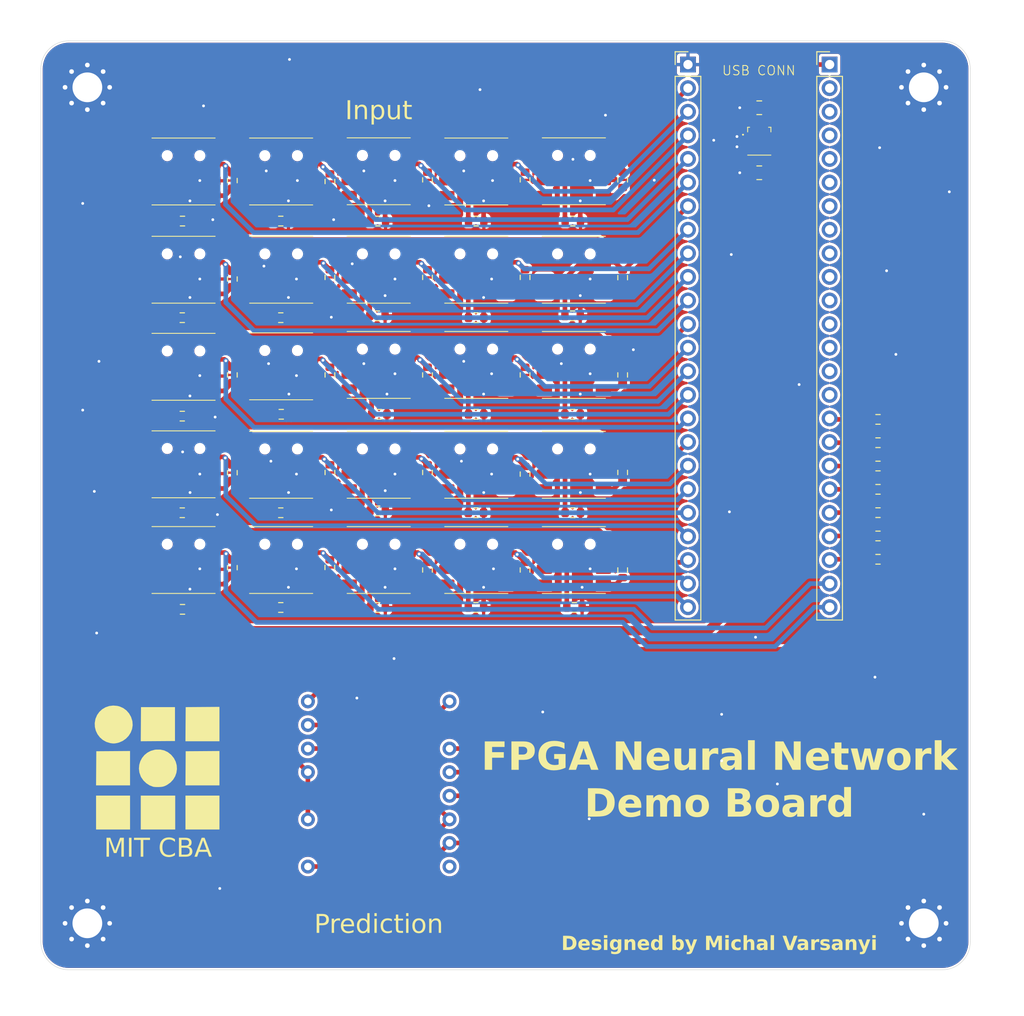
<source format=kicad_pcb>
(kicad_pcb (version 20241229) (generator "pcbnew") (generator_version "9.0")
  (layers (0 "F.Cu" signal) (2 "B.Cu" signal) (13 "F.Paste" user) (15 "B.Paste" user) (5 "F.SilkS" user "F.Silkscreen") (7 "B.SilkS" user "B.Silkscreen") (1 "F.Mask" user) (3 "B.Mask" user) (25 "Edge.Cuts" user))
  (net 0 "")
  (net 1 "GND")
  (net 2 "+3V3")
  (net 3 "Net-(U1-L1)")
  (net 4 "/GPIO1")
  (net 5 "/GPIO2")
  (net 6 "Net-(U2-L1)")
  (net 7 "/GPIO3")
  (net 8 "Net-(U3-L1)")
  (net 9 "Net-(U4-L1)")
  (net 10 "/GPIO4")
  (net 11 "Net-(U5-L1)")
  (net 12 "/GPIO5")
  (net 13 "Net-(U6-L1)")
  (net 14 "/GPIO6")
  (net 15 "Net-(U7-L1)")
  (net 16 "/GPIO7")
  (net 17 "Net-(U8-L1)")
  (net 18 "/GPIO8")
  (net 19 "Net-(U9-L1)")
  (net 20 "/GPIO9")
  (net 21 "Net-(U10-L1)")
  (net 22 "/GPIO10")
  (net 23 "/GPIO11")
  (net 24 "/GPIO12")
  (net 25 "Net-(U13-L1)")
  (net 26 "/GPIO13")
  (net 27 "/GPIO14")
  (net 28 "Net-(U14-L1)")
  (net 29 "Net-(U15-L1)")
  (net 30 "/GPIO15")
  (net 31 "Net-(U16-L1)")
  (net 32 "/GPIO16")
  (net 33 "Net-(U17-L1)")
  (net 34 "/GPIO17")
  (net 35 "Net-(U18-L1)")
  (net 36 "/GPIO18")
  (net 37 "Net-(U19-L1)")
  (net 38 "/GPIO19")
  (net 39 "Net-(U20-L1)")
  (net 40 "/GPIO20")
  (net 41 "Net-(U21-L1)")
  (net 42 "/GPIO21")
  (net 43 "Net-(U22-L1)")
  (net 44 "/GPIO22")
  (net 45 "/GPIO23")
  (net 46 "Net-(U23-L1)")
  (net 47 "Net-(U24-L1)")
  (net 48 "/GPIO24")
  (net 49 "/GPIO25")
  (net 50 "Net-(U25-L1)")
  (net 97 "+5V")
  (net 103 "Net-(U11-A14)")
  (net 104 "Net-(U12-D)")
  (net 105 "Net-(U11-B15)")
  (net 106 "Net-(U12-C)")
  (net 107 "Net-(U12-G)")
  (net 108 "Net-(U11-A15)")
  (net 109 "Net-(U12-B)")
  (net 110 "Net-(U11-H1)")
  (net 111 "Net-(U12-F)")
  (net 112 "Net-(U11-C15)")
  (net 113 "Net-(U12-A)")
  (net 114 "Net-(U11-K3)")
  (net 115 "Net-(U12-E)")
  (net 116 "Net-(U11-A16)")
  (net 117 "Net-(U26-L1)")
  (net 118 "Net-(U27-L1)")
  (footprint "Resistor_SMD:R_0603_1608Metric" (layer "F.Cu") (at 100.925 99.5)
    (property "Reference" "R8" (hide yes))
    (property "Value" "50k")
  )
  (footprint "Resistor_SMD:R_0603_1608Metric" (layer "F.Cu") (at 175.7875 104.51)
    (property "Reference" "R27" (hide yes))
    (property "Value" "300")
  )
  (footprint "Resistor_SMD:R_0603_1608Metric" (layer "F.Cu") (at 127.3125 105.6625 -90)
    (property "Reference" "R36" (hide yes))
    (property "Value" "300")
  )
  (footprint "Resistor_SMD:R_0603_1608Metric" (layer "F.Cu") (at 116.8025 105.3875 -90)
    (property "Reference" "R19" (hide yes))
    (property "Value" "300")
  )
  (footprint "Resistor_SMD:R_0603_1608Metric" (layer "F.Cu") (at 121.95 99.3)
    (property "Reference" "R35" (hide yes))
    (property "Value" "50k")
  )
  (footprint "Resistor_SMD:R_0603_1608Metric" (layer "F.Cu") (at 137.8125 95.3375 -90)
    (property "Reference" "R44" (hide yes))
    (property "Value" "300")
  )
  (footprint "Resistor_SMD:R_0603_1608Metric" (layer "F.Cu") (at 121.925 78.3)
    (property "Reference" "R31" (hide yes))
    (property "Value" "50k")
  )
  (footprint "Resistor_SMD:R_0603_1608Metric" (layer "F.Cu") (at 111.525 109.7)
    (property "Reference" "R20" (hide yes))
    (property "Value" "50k")
  )
  (footprint "Resistor_SMD:R_0603_1608Metric" (layer "F.Cu") (at 148.3125 74.1875 -90)
    (property "Reference" "R50" (hide yes))
    (property "Value" "300")
  )
  (footprint "Resistor_SMD:R_0603_1608Metric" (layer "F.Cu") (at 127.3125 74.1625 -90)
    (property "Reference" "R30" (hide yes))
    (property "Value" "300")
  )
  (footprint "Custom_FPGA_NN_Foots:228EJVAYFR" (layer "F.Cu") (at 132.5625 83.5875)
    (property "Reference" "U20" (hide yes))
    (property "Value" "228EJVAYFR")
  )
  (footprint "Custom_FPGA_NN_Foots:228EJVAYFR" (layer "F.Cu") (at 143.0625 62.7375)
    (property "Reference" "U23" (hide yes))
    (property "Value" "228EJVAYFR")
  )
  (footprint "Resistor_SMD:R_0603_1608Metric" (layer "F.Cu") (at 175.7875 89.45)
    (property "Reference" "R21" (hide yes))
    (property "Value" "300")
  )
  (footprint "Resistor_SMD:R_0603_1608Metric" (layer "F.Cu") (at 142.925 88.9)
    (property "Reference" "R53" (hide yes))
    (property "Value" "50k")
  )
  (footprint "Custom_FPGA_NN_Foots:228EJVAYFR" (layer "F.Cu") (at 101.0625 83.7875)
    (property "Reference" "U3" (hide yes))
    (property "Value" "228EJVAYFR")
  )
  (footprint "Resistor_SMD:R_0603_1608Metric" (layer "F.Cu") (at 137.8125 63.6625 -90)
    (property "Reference" "R38" (hide yes))
    (property "Value" "300")
  )
  (footprint "Resistor_SMD:R_0603_1608Metric" (layer "F.Cu") (at 132.525 99.5)
    (property "Reference" "R45" (hide yes))
    (property "Value" "50k")
  )
  (footprint "Custom_FPGA_NN_Foots:228EJVAYFR" (layer "F.Cu") (at 143.0625 94.3375)
    (property "Reference" "U26" (hide yes))
    (property "Value" "228EJVAYFR")
  )
  (footprint "Custom_FPGA_NN_Foots:228EJVAYFR" (layer "F.Cu") (at 111.5625 104.5875)
    (property "Reference" "U10" (hide yes))
    (property "Value" "228EJVAYFR")
  )
  (footprint "Resistor_SMD:R_0603_1608Metric" (layer "F.Cu") (at 142.95 68.1)
    (property "Reference" "R49" (hide yes))
    (property "Value" "50k")
  )
  (footprint "Custom_FPGA_NN_Foots:228EJVAYFR" (layer "F.Cu") (at 143.0625 73.3375)
    (property "Reference" "U24" (hide yes))
    (property "Value" "228EJVAYFR")
  )
  (footprint "Resistor_SMD:R_0603_1608Metric" (layer "F.Cu") (at 175.7875 94.47)
    (property "Reference" "R23" (hide yes))
    (property "Value" "300")
  )
  (footprint "Resistor_SMD:R_0603_1608Metric" (layer "F.Cu") (at 143.125 109.7)
    (property "Reference" "R57" (hide yes))
    (property "Value" "50k")
  )
  (footprint "Resistor_SMD:R_0603_1608Metric" (layer "F.Cu") (at 148.3125 84.6625 -90)
    (property "Reference" "R52" (hide yes))
    (property "Value" "300")
  )
  (footprint "Resistor_SMD:R_0603_1608Metric" (layer "F.Cu") (at 127.3125 84.6625 -90)
    (property "Reference" "R32" (hide yes))
    (property "Value" "300")
  )
  (footprint "Custom_FPGA_NN_Foots:228EJVAYFR" (layer "F.Cu") (at 101.0625 94.2875)
    (property "Reference" "U4" (hide yes))
    (property "Value" "228EJVAYFR")
  )
  (footprint "Resistor_SMD:R_0603_1608Metric" (layer "F.Cu") (at 132.525 109.7)
    (property "Reference" "R47" (hide yes))
    (property "Value" "50k")
  )
  (footprint "Resistor_SMD:R_0603_1608Metric" (layer "F.Cu") (at 106.3125 74.3375 -90)
    (property "Reference" "R3" (hide yes))
    (property "Value" "300")
  )
  (footprint "Resistor_SMD:R_0603_1608Metric" (layer "F.Cu") (at 127.3125 95.1625 -90)
    (property "Reference" "R34" (hide yes))
    (property "Value" "300")
  )
  (footprint "Resistor_SMD:R_0603_1608Metric" (layer "F.Cu") (at 175.7875 99.49)
    (property "Reference" "R25" (hide yes))
    (property "Value" "300")
  )
  (footprint "MountingHole:MountingHole_3.2mm_M3_Pad_Via" (layer "F.Cu") (at 90.7125 143.7)
    (property "Reference" "H3" (hide yes))
    (property "Value" "M3")
  )
  (footprint "Custom_FPGA_NN_Foots:228EJVAYFR" (layer "F.Cu") (at 111.5625 62.7625)
    (property "Reference" "U6" (hide yes))
    (property "Value" "228EJVAYFR")
  )
  (footprint "Resistor_SMD:R_0603_1608Metric" (layer "F.Cu") (at 127.3125 63.6625 -90)
    (property "Reference" "R28" (hide yes))
    (property "Value" "300")
  )
  (footprint "Resistor_SMD:R_0603_1608Metric" (layer "F.Cu") (at 121.975 68.1)
    (property "Reference" "R29" (hide yes))
    (property "Value" "50k")
  )
  (footprint "Resistor_SMD:R_0603_1608Metric" (layer "F.Cu") (at 137.8125 105.6625 -90)
    (property "Reference" "R46" (hide yes))
    (property "Value" "300")
  )
  (footprint "Custom_FPGA_NN_Foots:228EJVAYFR" (layer "F.Cu") (at 122.0625 62.7375)
    (property "Reference" "U13" (hide yes))
    (property "Value" "228EJVAYFR")
  )
  (footprint "Custom_FPGA_NN_Foots:228EJVAYFR" (layer "F.Cu") (at 132.5625 73.3375)
    (property "Reference" "U19" (hide yes))
    (property "Value" "228EJVAYFR")
  )
  (footprint "Capacitor_SMD:C_0805_2012Metric" (layer "F.Cu") (at 163.0125 55.9 180)
    (property "Reference" "C1" (hide yes))
    (property "Value" "10u")
  )
  (footprint "Custom_FPGA_NN_Foots:228EJVAYFR" (layer "F.Cu") (at 143.0625 83.5875)
    (property "Reference" "U25" (hide yes))
    (property "Value" "228EJVAYFR")
  )
  (footprint "Resistor_SMD:R_0603_1608Metric" (layer "F.Cu") (at 137.8125 84.6625 -90)
    (property "Reference" "R42" (hide yes))
    (property "Value" "300")
  )
  (footprint "Resistor_SMD:R_0603_1608Metric" (layer "F.Cu") (at 132.55 78.5)
    (property "Reference" "R41" (hide yes))
    (property "Value" "50k")
  )
  (footprint "Resistor_SMD:R_0603_1608Metric" (layer "F.Cu") (at 100.95 68.1)
    (property "Reference" "R2" (hide yes))
    (property "Value" "50k")
  )
  (footprint "Resistor_SMD:R_0603_1608Metric" (layer "F.Cu") (at 132.55 68.1)
    (property "Reference" "R39" (hide yes))
    (property "Value" "50k")
  )
  (footprint "Resistor_SMD:R_0603_1608Metric" (layer "F.Cu") (at 148.3125 63.6625 -90)
    (property "Reference" "R48" (hide yes))
    (property "Value" "300")
  )
  (footprint "Resistor_SMD:R_0603_1608Metric" (layer "F.Cu") (at 142.95 99.5)
    (property "Reference" "R55" (hide yes))
    (property "Value" "50k")
  )
  (footprint "Resistor_SMD:R_0603_1608Metric" (layer "F.Cu") (at 106.3125 63.7375 -90)
    (property "Reference" "R1" (hide yes))
    (property "Value" "300")
  )
  (footprint "Resistor_SMD:R_0603_1608Metric" (layer "F.Cu") (at 100.95 109.9)
    (property "Reference" "R10" (hide yes))
    (property "Value" "50k")
  )
  (footprint "Resistor_SMD:R_0603_1608Metric" (layer "F.Cu") (at 121.95 109.7)
    (property "Reference" "R37" (hide yes))
    (property "Value" "50k")
  )
  (footprint "Custom_FPGA_NN_Foots:228EJVAYFR" (layer "F.Cu") (at 111.5625 94.3375)
    (property "Reference" "U9" (hide yes))
    (property "Value" "228EJVAYFR")
  )
  (footprint "Custom_FPGA_NN_Foots:228EJVAYFR" (layer "F.Cu") (at 132.5625 104.5875)
    (property "Reference" "U22" (hide yes))
    (property "Value" "228EJVAYFR")
  )
  (footprint "Resistor_SMD:R_0603_1608Metric" (layer "F.Cu") (at 106.3125 105.4125 -90)
    (property "Reference" "R9" (hide yes))
    (property "Value" "300")
  )
  (footprint "Custom_FPGA_NN_Foots:228EJVAYFR" (layer "F.Cu") (at 101.0625 73.3375)
    (property "Reference" "U2" (hide yes))
    (property "Value" "228EJVAYFR")
  )
  (footprint "Resistor_SMD:R_0603_1608Metric" (layer "F.Cu") (at 100.925 78.5)
    (property "Reference" "R4" (hide yes))
    (property "Value" "50k")
  )
  (footprint "MountingHole:MountingHole_3.2mm_M3_Pad_Via" (layer "F.Cu") (at 90.7125 53.7)
    (property "Reference" "H1" (hide yes))
    (property "Value" "M3")
  )
  (footprint "Resistor_SMD:R_0603_1608Metric" (layer "F.Cu") (at 116.8125 84.6625 -90)
    (property "Reference" "R15" (hide yes))
    (property "Value" "300")
  )
  (footprint "Resistor_SMD:R_0603_1608Metric" (layer "F.Cu") (at 111.525 68.1)
    (property "Reference" "R12" (hide yes))
    (property "Value" "50k")
  )
  (footprint "Custom_FPGA_NN_Foots:228EJVAYFR" (layer "F.Cu") (at 101.0625 62.7625)
    (property "Reference" "U1" (hide yes))
    (property "Value" "228EJVAYFR")
  )
  (footprint "Resistor_SMD:R_0603_1608Metric" (layer "F.Cu") (at 111.525 78.5)
    (property "Reference" "R14" (hide yes))
    (property "Value" "50k")
  )
  (footprint "Resistor_SMD:R_0603_1608Metric" (layer "F.Cu") (at 132.55 88.9)
    (property "Reference" "R43" (hide yes))
    (property "Value" "50k")
  )
  (footprint "Custom_FPGA_NN_Foots:228EJVAYFR" (layer "F.Cu") (at 122.0625 104.5875)
    (property "Reference" "U17" (hide yes))
    (property "Value" "228EJVAYFR")
  )
  (footprint "Custom_FPGA_NN_Foots:228EJVAYFR" (layer "F.Cu") (at 122.0625 94.3375)
    (property "Reference" "U16" (hide yes))
    (property "Value" "228EJVAYFR")
  )
  (footprint "Resistor_SMD:R_0603_1608Metric" (layer "F.Cu") (at 111.525 99.5)
    (property "Reference" "R18" (hide yes))
    (property "Value" "50k")
  )
  (footprint "Resistor_SMD:R_0603_1608Metric" (layer "F.Cu") (at 148.3125 105.6625 -90)
    (property "Reference" "R56" (hide yes))
    (property "Value" "300")
  )
  (footprint "Resistor_SMD:R_0603_1608Metric" (layer "F.Cu") (at 142.925 78.3)
    (property "Reference" "R51" (hide yes))
    (property "Value" "50k")
  )
  (footprint "Custom_FPGA_NN_Foots:SA08-21SURKWA" (layer "F.Cu") (at 122.0625 128.7)
    (property "Reference" "U12" (hide yes))
    (property "Value" "SA08-21")
  )
  (footprint "Custom_FPGA_NN_Foots:228EJVAYFR" (layer "F.Cu") (at 101.0625 104.5875)
    (property "Reference" "U5" (hide yes))
    (property "Value" "228EJVAYFR")
  )
  (footprint "Custom_FPGA_NN_Foots:228EJVAYFR" (layer "F.Cu") (at 111.5625 83.7375)
    (property "Reference" "U8" (hide yes))
    (property "Value" "228EJVAYFR")
  )
  (footprint "Custom_FPGA_NN_Foots:228EJVAYFR" (layer "F.Cu") (at 122.0625 73.3375)
    (property "Reference" "U14" (hide yes))
    (property "Value" "228EJVAYFR")
  )
  (footprint "Resistor_SMD:R_0603_1608Metric" (layer "F.Cu") (at 116.8125 63.8375 -90)
    (property "Reference" "R11" (hide yes))
    (property "Value" "300")
  )
  (footprint "Capacitor_SMD:C_0805_2012Metric" (layer "F.Cu") (at 163.0125 62.9 180)
    (property "Reference" "C2" (hide yes))
    (property "Value" "10u")
  )
  (footprint "LOGO" (layer "F.Cu") (at 98.3125 126.9)
    (property "Reference" "G***" (hide yes))
    (property "Value" "LOGO" (hide yes))
  )
  (footprint "Custom_FPGA_NN_Foots:228EJVAYFR" (layer "F.Cu") (at 143.0625 104.5875)
    (property "Reference" "U27" (hide yes))
    (property "Value" "228EJVAYFR")
  )
  (footprint "Custom_FPGA_NN_Foots:228EJVAYFR" (layer "F.Cu") (at 111.5725 73.3375)
    (property "Reference" "U7" (hide yes))
    (property "Value" "228EJVAYFR")
  )
  (footprint "MountingHole:MountingHole_3.2mm_M3_Pad_Via" (layer "F.Cu") (at 180.7125 143.7)
    (property "Reference" "H4" (hide yes))
    (property "Value" "M3")
  )
  (footprint "MountingHole:MountingHole_3.2mm_M3_Pad_Via" (layer "F.Cu") (at 180.7125 53.7)
    (property "Reference" "H2" (hide yes))
    (property "Value" "M3")
  )
  (footprint "Custom_FPGA_NN_Foots:228EJVAYFR" (layer "F.Cu") (at 132.5625 94.3375)
    (property "Reference" "U21" (hide yes))
    (property "Value" "228EJVAYFR")
  )
  (footprint "Resistor_SMD:R_0603_1608Metric" (layer "F.Cu") (at 137.8125 74.1625 -90)
    (property "Reference" "R40" (hide yes))
    (property "Value" "300")
  )
  (footprint "Custom_FPGA_NN_Foots:MPM3810GQB33Z" (layer "F.Cu") (at 163.0125 59.5)
    (property "Reference" "IC1" (hide yes))
    (property "Value" "MPM381033" (hide yes))
  )
  (footprint "Resistor_SMD:R_0603_1608Metric" (layer "F.Cu") (at 100.925 89.1)
    (property "Reference" "R6" (hide yes))
    (property "Value" "50k")
  )
  (footprint "Resistor_SMD:R_0603_1608Metric" (layer "F.Cu") (at 106.3125 95.1875 -90)
    (property "Reference" "R7" (hide yes))
    (property "Value" "300")
  )
  (footprint "Resistor_SMD:R_0603_1608Metric" (layer "F.Cu") (at 175.7875 91.96)
    (property "Reference" "R22" (hide yes))
    (property "Value" "300")
  )
  (footprint "Resistor_SMD:R_0603_1608Metric" (layer "F.Cu") (at 106.3125 84.6625 -90)
    (property "Reference" "R5" (hide yes))
    (property "Value" "300")
  )
  (footprint "Resistor_SMD:R_0603_1608Metric" (layer "F.Cu") (at 175.7875 96.98)
    (property "Reference" "R24" (hide yes))
    (property "Value" "300")
  )
  (footprint "Custom_FPGA_NN_Foots:228EJVAYFR" (layer "F.Cu") (at 122.0625 83.5875)
    (property "Reference" "U15" (hide yes))
    (property "Value" "228EJVAYFR")
  )
  (footprint "Boards:Cmod_A7" (layer "F.Cu") (at 162.9625 81.73)
    (property "Reference" "U11" (hide yes))
    (property "Value" "~")
  )
  (footprint "Resistor_SMD:R_0603_1608Metric" (layer "F.Cu") (at 122.125 88.9)
    (property "Reference" "R33" (hide yes))
    (property "Value" "50k")
  )
  (footprint "Resistor_SMD:R_0603_1608Metric" (layer "F.Cu") (at 148.3125 95.1625 -90)
    (property "Reference" "R54" (hide yes))
    (property "Value" "300")
  )
  (footprint "Custom_FPGA_NN_Foots:228EJVAYFR" (layer "F.Cu") (at 132.5625 62.7625)
    (property "Reference" "U18" (hide yes))
    (property "Value" "228EJVAYFR")
  )
  (footprint "Resistor_SMD:R_0603_1608Metric" (layer "F.Cu") (at 175.7875 102)
    (property "Reference" "R26" (hide yes))
    (property "Value" "300")
  )
  (footprint "Resistor_SMD:R_0603_1608Metric" (layer "F.Cu") (at 111.575 88.9)
    (property "Reference" "R16" (hide yes))
    (property "Value" "50k")
  )
  (footprint "Resistor_SMD:R_0603_1608Metric" (layer "F.Cu") (at 116.8125 74.1625 -90)
    (property "Reference" "R13" (hide yes))
    (property "Value" "300")
  )
  (footprint "Resistor_SMD:R_0603_1608Metric" (layer "F.Cu") (at 116.8125 95.1625 -90)
    (property "Reference" "R17" (hide yes))
    (property "Value" "300")
  )
  (gr_line (start 185.7125 51.7) (end 185.7125 145.7) (stroke (width 0.05)) (layer "Edge.Cuts"))
  (gr_arc (start 182.7125 48.7) (mid 184.83382 49.57868) (end 185.7125 51.7) (stroke (width 0.05)) (layer "Edge.Cuts"))
  (gr_arc (start 88.7125 148.7) (mid 86.59118 147.82132) (end 85.7125 145.7) (stroke (width 0.05)) (layer "Edge.Cuts"))
  (gr_arc (start 185.7125 145.7) (mid 184.83382 147.82132) (end 182.7125 148.7) (stroke (width 0.05)) (layer "Edge.Cuts"))
  (gr_line (start 85.7125 51.7) (end 85.7125 145.7) (stroke (width 0.05)) (layer "Edge.Cuts"))
  (gr_arc (start 85.7125 51.7) (mid 86.59118 49.57868) (end 88.7125 48.7) (stroke (width 0.05)) (layer "Edge.Cuts"))
  (gr_line (start 88.7125 48.7) (end 182.7125 48.7) (stroke (width 0.05)) (layer "Edge.Cuts"))
  (gr_line (start 88.7125 148.7) (end 182.7125 148.7) (stroke (width 0.05)) (layer "Edge.Cuts"))
  (gr_text "Prediction" (at 122.0625 143.9 0) (layer "F.SilkS") (effects (font (size 2 2))))
  (gr_text "Designed by Michal Varsanyi" (at 158.7125 145.95 0) (layer "F.SilkS") (effects (font (size 1.5 1.5) (thickness 0.3) (bold yes))))
  (gr_text "Input" (at 122.0625 56.3 0) (layer "F.SilkS") (effects (font (size 2 2))))
  (gr_text "MIT CBA" (at 98.3125 135.7 0) (layer "F.SilkS") (effects (font (size 2 2))))
  (gr_text "FPGA Neural Network\nDemo Board" (at 158.7125 128.45 0) (layer "F.SilkS") (effects (font (size 3 3) (thickness 0.3) (bold yes))))
  (segment (start 134.4625 105.5875) (end 134.4125 105.5375) (width 0.5) (layer "F.Cu") (net 1))
  (segment (start 135.7375 63.7625) (end 134.3375 63.7625) (width 0.5) (layer "F.Cu") (net 1))
  (segment (start 143.75 88.9) (end 143.75 86.725) (width 0.5) (layer "F.Cu") (net 1))
  (segment (start 160.6125 59) (end 160.8125 59.2) (width 0.2) (layer "F.Cu") (net 1))
  (segment (start 102.8375 63.7625) (end 102.8125 63.7375) (width 0.5) (layer "F.Cu") (net 1))
  (segment (start 113.2625 105.5875) (end 113.2125 105.5375) (width 0.5) (layer "F.Cu") (net 1))
  (segment (start 160.6125 59) (end 160.8125 58.8) (width 0.2) (layer "F.Cu") (net 1))
  (segment (start 135.7375 105.5875) (end 134.4625 105.5875) (width 0.5) (layer "F.Cu") (net 1))
  (segment (start 104.2375 105.5875) (end 102.8625 105.5875) (width 0.5) (layer "F.Cu") (net 1))
  (segment (start 144.8625 105.5875) (end 144.8125 105.5375) (width 0.5) (layer "F.Cu") (net 1))
  (segment (start 112.4 88.9) (end 112.4 86.725) (width 0.5) (layer "F.Cu") (net 1))
  (segment (start 114.7375 95.3375) (end 113.2125 95.3375) (width 0.5) (layer "F.Cu") (net 1))
  (segment (start 113.3375 63.7625) (end 113.3125 63.7375) (width 0.5) (layer "F.Cu") (net 1))
  (segment (start 162.0625 55.9) (end 160.9125 55.9) (width 0.5) (layer "F.Cu") (net 1))
  (segment (start 125.2375 95.3375) (end 123.8125 95.3375) (width 0.5) (layer "F.Cu") (net 1))
  (segment (start 133.35 78.5) (end 133.35 76.325) (width 0.5) (layer "F.Cu") (net 1))
  (segment (start 133.35 109.7) (end 133.35 107.525) (width 0.5) (layer "F.Cu") (net 1))
  (segment (start 123.8625 84.5875) (end 123.8125 84.5375) (width 0.5) (layer "F.Cu") (net 1))
  (segment (start 134.2625 84.5875) (end 134.2125 84.5375) (width 0.5) (layer "F.Cu") (net 1))
  (segment (start 160.8125 58.8) (end 161.9875 58.8) (width 0.2) (layer "F.Cu") (net 1))
  (segment (start 122.75 109.7) (end 122.75 107.525) (width 0.5) (layer "F.Cu") (net 1))
  (segment (start 104.2375 74.3375) (end 102.8125 74.3375) (width 0.5) (layer "F.Cu") (net 1))
  (segment (start 143.75 78.3) (end 143.75 76.125) (width 0.5) (layer "F.Cu") (net 1))
  (segment (start 146.2375 105.5875) (end 144.8625 105.5875) (width 0.5) (layer "F.Cu") (net 1))
  (segment (start 122.7625 99.3) (end 122.7625 97.125) (width 0.5) (layer "F.Cu") (net 1))
  (segment (start 112.35 109.7) (end 112.35 107.525) (width 0.5) (layer "F.Cu") (net 1))
  (segment (start 102.8625 105.5875) (end 102.8125 105.5375) (width 0.5) (layer "F.Cu") (net 1))
  (segment (start 102.8625 84.7875) (end 102.8125 84.7375) (width 0.5) (layer "F.Cu") (net 1))
  (segment (start 102.8625 95.2875) (end 102.8125 95.3375) (width 0.5) (layer "F.Cu") (net 1))
  (segment (start 134.3375 63.7625) (end 134.3125 63.7375) (width 0.5) (layer "F.Cu") (net 1))
  (segment (start 112.35 78.5) (end 112.35 76.325) (width 0.5) (layer "F.Cu") (net 1))
  (segment (start 101.75 109.9) (end 101.75 107.725) (width 0.5) (layer "F.Cu") (net 1))
  (segment (start 123.8625 105.5875) (end 123.8125 105.5375) (width 0.5) (layer "F.Cu") (net 1))
  (segment (start 144.8625 84.5875) (end 144.8125 84.5375) (width 0.5) (layer "F.Cu") (net 1))
  (segment (start 122.75 78.3) (end 122.75 76.125) (width 0.5) (layer "F.Cu") (net 1))
  (segment (start 112.35 68.1) (end 112.35 65.925) (width 0.5) (layer "F.Cu") (net 1))
  (segment (start 114.7475 74.3375) (end 113.2125 74.3375) (width 0.5) (layer "F.Cu") (net 1))
  (segment (start 133.3625 99.5) (end 133.3625 97.325) (width 0.5) (layer "F.Cu") (net 1))
  (segment (start 114.7375 63.7625) (end 113.3375 63.7625) (width 0.5) (layer "F.Cu") (net 1))
  (segment (start 125.2375 84.5875) (end 123.8625 84.5875) (width 0.5) (layer "F.Cu") (net 1))
  (segment (start 114.7375 84.7375) (end 113.2125 84.7375) (width 0.5) (layer "F.Cu") (net 1))
  (segment (start 135.7375 84.5875) (end 134.2625 84.5875) (width 0.5) (layer "F.Cu") (net 1))
  (segment (start 162.8125 56.65) (end 162.0625 55.9) (width 0.2) (layer "F.Cu") (net 1))
  (segment (start 101.75 68.1) (end 101.75 65.925) (width 0.5) (layer "F.Cu") (net 1))
  (segment (start 133.35 68.1) (end 133.35 65.925) (width 0.5) (layer "F.Cu") (net 1))
  (segment (start 143.95 109.7) (end 143.95 107.525) (width 0.5) (layer "F.Cu") (net 1))
  (segment (start 125.2375 74.3375) (end 123.8125 74.3375) (width 0.5) (layer "F.Cu") (net 1))
  (segment (start 112.3625 99.5) (end 112.3625 97.325) (width 0.5) (layer "F.Cu") (net 1))
  (segment (start 146.2375 74.3375) (end 144.8125 74.3375) (width 0.5) (layer "F.Cu") (net 1))
  (segment (start 104.2375 63.7625) (end 102.8375 63.7625) (width 0.5) (layer "F.Cu") (net 1))
  (segment (start 135.7375 95.3375) (end 134.2125 95.3375) (width 0.5) (layer "F.Cu") (net 1))
  (segment (start 146.2375 84.5875) (end 144.8625 84.5875) (width 0.5) (layer "F.Cu") (net 1))
  (segment (start 104.2375 95.2875) (end 102.8625 95.2875) (width 0.5) (layer "F.Cu") (net 1))
  (segment (start 146.2375 95.3375) (end 144.8125 95.3375) (width 0.5) (layer "F.Cu") (net 1))
  (segment (start 104.2375 84.7875) (end 102.8625 84.7875) (width 0.5) (layer "F.Cu") (net 1))
  (segment (start 160.8125 59.2) (end 161.9875 59.2) (width 0.2) (layer "F.Cu") (net 1))
  (segment (start 101.75 89.1) (end 101.75 86.925) (width 0.5) (layer "F.Cu") (net 1))
  (segment (start 162.8125 58.05) (end 162.8125 56.65) (width 0.2) (layer "F.Cu") (net 1))
  (segment (start 146.2375 63.7375) (end 144.8125 63.7375) (width 0.5) (layer "F.Cu") (net 1))
  (segment (start 162.0625 62.9) (end 160.9125 62.9) (width 0.5) (layer "F.Cu") (net 1))
  (segment (start 135.7375 74.3375) (end 134.2125 74.3375) (width 0.5) (layer "F.Cu") (net 1))
  (segment (start 125.2375 105.5875) (end 123.8625 105.5875) (width 0.5) (layer "F.Cu") (net 1))
  (segment (start 114.7375 105.5875) (end 113.2625 105.5875) (width 0.5) (layer "F.Cu") (net 1))
  (segment (start 133.35 88.9) (end 133.35 86.725) (width 0.5) (layer "F.Cu") (net 1))
  (segment (start 143.7625 99.5) (end 143.7625 97.325) (width 0.5) (layer "F.Cu") (net 1))
  (segment (start 101.75 78.5) (end 101.75 76.325) (width 0.5) (layer "F.Cu") (net 1))
  (segment (start 125.2375 63.7375) (end 123.8125 63.7375) (width 0.5) (layer "F.Cu") (net 1))
  (segment (start 122.75 68.1) (end 122.75 65.925) (width 0.5) (layer "F.Cu") (net 1))
  (segment (start 122.95 88.9) (end 122.95 86.725) (width 0.5) (layer "F.Cu") (net 1))
  (segment (start 101.7625 99.5) (end 101.7625 97.325) (width 0.5) (layer "F.Cu") (net 1))
  (segment (start 143.75 68.1) (end 143.75 65.925) (width 0.5) (layer "F.Cu") (net 1))
  (via (at 131.2125 62.7) (size 0.6) (drill 0.3) (layers "F.Cu" "B.Cu") (net 1))
  (via (at 116.9625 78.45) (size 0.6) (drill 0.3) (layers "F.Cu" "B.Cu") (net 1))
  (via (at 91.7125 112.45) (size 0.6) (drill 0.3) (layers "F.Cu" "B.Cu") (net 1))
  (via (at 133.35 65.925) (size 0.6) (drill 0.3) (layers "F.Cu" "B.Cu") (net 1))
  (via (at 133.3625 97.325) (size 0.6) (drill 0.3) (layers "F.Cu" "B.Cu") (net 1))
  (via (at 90.2125 88.45) (size 0.6) (drill 0.3) (layers "F.Cu" "B.Cu") (net 1))
  (via (at 158.9625 126.2) (size 0.6) (drill 0.3) (layers "F.Cu" "B.Cu") (net 1))
  (via (at 110.2125 83.45) (size 0.6) (drill 0.3) (layers "F.Cu" "B.Cu") (net 1))
  (via (at 101.75 107.725) (size 0.6) (drill 0.3) (layers "F.Cu" "B.Cu") (net 1))
  (via (at 119.2125 72.7) (size 0.6) (drill 0.3) (layers "F.Cu" "B.Cu") (net 1))
  (via (at 133.35 107.525) (size 0.6) (drill 0.3) (layers "F.Cu" "B.Cu") (net 1))
  (via (at 134.4125 105.5375) (size 0.6) (drill 0.3) (layers "F.Cu" "B.Cu") (net 1))
  (via (at 176.7125 73.45) (size 0.6) (drill 0.3) (layers "F.Cu" "B.Cu") (net 1))
  (via (at 158.1125 59.4) (size 0.6) (drill 0.3) (layers "F.Cu" "B.Cu") (net 1))
  (via (at 144.8125 84.5375) (size 0.6) (drill 0.3) (layers "F.Cu" "B.Cu") (net 1))
  (via (at 101.7625 97.325) (size 0.6) (drill 0.3) (layers "F.Cu" "B.Cu") (net 1))
  (via (at 160.6125 60.1) (size 0.6) (drill 0.3) (layers "F.Cu" "B.Cu") (net 1))
  (via (at 175.9625 60.2) (size 0.6) (drill 0.3) (layers "F.Cu" "B.Cu") (net 1))
  (via (at 112.35 107.525) (size 0.6) (drill 0.3) (layers "F.Cu" "B.Cu") (net 1))
  (via (at 113.2125 105.5375) (size 0.6) (drill 0.3) (layers "F.Cu" "B.Cu") (net 1))
  (via (at 112.3625 97.325) (size 0.6) (drill 0.3) (layers "F.Cu" "B.Cu") (net 1))
  (via (at 117.2125 67.95) (size 0.6) (drill 0.3) (layers "F.Cu" "B.Cu") (net 1))
  (via (at 130.9625 93.95) (size 0.6) (drill 0.3) (layers "F.Cu" "B.Cu") (net 1))
  (via (at 143.75 76.125) (size 0.6) (drill 0.3) (layers "F.Cu" "B.Cu") (net 1))
  (via (at 134.2125 74.3375) (size 0.6) (drill 0.3) (layers "F.Cu" "B.Cu") (net 1))
  (via (at 104.2125 67.95) (size 0.6) (drill 0.3) (layers "F.Cu" "B.Cu") (net 1))
  (via (at 102.8125 105.5375) (size 0.6) (drill 0.3) (layers "F.Cu" "B.Cu") (net 1))
  (via (at 113.2125 95.3375) (size 0.6) (drill 0.3) (layers "F.Cu" "B.Cu") (net 1))
  (via (at 104.9625 139.95) (size 0.6) (drill 0.3) (layers "F.Cu" "B.Cu") (net 1))
  (via (at 101.75 76.325) (size 0.6) (drill 0.3) (layers "F.Cu" "B.Cu") (net 1))
  (via (at 102.8125 74.3375) (size 0.6) (drill 0.3) (layers "F.Cu" "B.Cu") (net 1))
  (via (at 123.8125 95.3375) (size 0.6) (drill 0.3) (layers "F.Cu" "B.Cu") (net 1))
  (via (at 134.2125 84.5375) (size 0.6) (drill 0.3) (layers "F.Cu" "B.Cu") (net 1))
  (via (at 113.2125 74.3375) (size 0.6) (drill 0.3) (layers "F.Cu" "B.Cu") (net 1))
  (via (at 175.4625 117.2) (size 0.6) (drill 0.3) (layers "F.Cu" "B.Cu") (net 1))
  (via (at 144.8125 63.7375) (size 0.6) (drill 0.3) (layers "F.Cu" "B.Cu") (net 1))
  (via (at 160.9125 62.9) (size 0.6) (drill 0.3) (layers "F.Cu" "B.Cu") (net 1))
  (via (at 112.4625 50.7) (size 0.6) (drill 0.3) (layers "F.Cu" "B.Cu") (net 1))
  (via (at 158.9625 121.2) (size 0.6) (drill 0.3) (layers "F.Cu" "B.Cu") (net 1))
  (via (at 159.8 99.4) (size 0.6) (drill 0.3) (layers "F.Cu" "B.Cu") (net 1))
  (via (at 183.4625 64.95) (size 0.6) (drill 0.3) (layers "F.Cu" "B.Cu") (net 1))
  (via (at 122.7625 97.125) (size 0.6) (drill 0.3) (layers "F.Cu" "B.Cu") (net 1))
  (via (at 132.9625 53.95) (size 0.6) (drill 0.3) (layers "F.Cu" "B.Cu") (net 1))
  (via (at 112.35 65.925) (size 0.6) (drill 0.3) (layers "F.Cu" "B.Cu") (net 1))
  (via (at 109.9625 62.7) (size 0.6) (drill 0.3) (layers "F.Cu" "B.Cu") (net 1))
  (via (at 109.7125 72.95) (size 0.6) (drill 0.3) (layers "F.Cu" "B.Cu") (net 1))
  (via (at 141.7125 83.45) (size 0.6) (drill 0.3) (layers "F.Cu" "B.Cu") (net 1))
  (via (at 119.7125 119.45) (size 0.6) (drill 0.3) (layers "F.Cu" "B.Cu") (net 1))
  (via (at 123.8125 105.5375) (size 0.6) (drill 0.3) (layers "F.Cu" "B.Cu") (net 1))
  (via (at 143.7625 97.325) (size 0.6) (drill 0.3) (layers "F.Cu" "B.Cu") (net 1))
  (via (at 113.3125 63.7375) (size 0.6) (drill 0.3) (layers "F.Cu" "B.Cu") (net 1))
  (via (at 112.35 76.325) (size 0.6) (drill 0.3) (layers "F.Cu" "B.Cu") (net 1))
  (via (at 123.7125 115.2) (size 0.6) (drill 0.3) (layers "F.Cu" "B.Cu") (net 1))
  (via (at 123.8125 63.7375) (size 0.6) (drill 0.3) (layers "F.Cu" "B.Cu") (net 1))
  (via (at 131.2125 83.2) (size 0.6) (drill 0.3) (layers "F.Cu" "B.Cu") (net 1))
  (via (at 144.8125 74.3375) (size 0.6) (drill 0.3) (layers "F.Cu" "B.Cu") (net 1))
  (via (at 102.8125 63.7375) (size 0.6) (drill 0.3) (layers "F.Cu" "B.Cu") (net 1))
  (via (at 164.9625 128.7) (size 0.6) (drill 0.3) (layers "F.Cu" "B.Cu") (net 1))
  (via (at 149.4625 81.95) (size 0.6) (drill 0.3) (layers "F.Cu" "B.Cu") (net 1))
  (via (at 91.9625 83.2) (size 0.6) (drill 0.3) (layers "F.Cu" "B.Cu") (net 1))
  (via (at 122.75 76.125) (size 0.6) (drill 0.3) (layers "F.Cu" "B.Cu") (net 1))
  (via (at 100.9625 92.95) (size 0.6) (drill 0.3) (layers "F.Cu" "B.Cu") (net 1))
  (via (at 160.6125 59) (size 0.6) (drill 0.3) (layers "F.Cu" "B.Cu") (net 1))
  (via (at 104.7125 99.7) (size 0.6) (drill 0.3) (layers "F.Cu" "B.Cu") (net 1))
  (via (at 134.2125 95.3375) (size 0.6) (drill 0.3) (layers "F.Cu" "B.Cu") (net 1))
  (via (at 122.75 65.925) (size 0.6) (drill 0.3) (layers "F.Cu" "B.Cu") (net 1))
  (via (at 162.6125 112.9) (size 0.6) (drill 0.3) (layers "F.Cu" "B.Cu") (net 1))
  (via (at 134.3125 63.7375) (size 0.6) (drill 0.3) (layers "F.Cu" "B.Cu") (net 1))
  (via (at 90.2125 66.2) (size 0.6) (drill 0.3) (layers "F.Cu" "B.Cu") (net 1))
  (via (at 120.4625 83.45) (size 0.6) (drill 0.3) (layers "F.Cu" "B.Cu") (net 1))
  (via (at 116.9625 99.2) (size 0.6) (drill 0.3) (layers "F.Cu" "B.Cu") (net 1))
  (via (at 123.8125 74.3375) (size 0.6) (drill 0.3) (layers "F.Cu" "B.Cu") (net 1))
  (via (at 143.75 86.725) (size 0.6) (drill 0.3) (layers "F.Cu" "B.Cu") (net 1))
  (via (at 144.8125 95.3375) (size 0.6) (drill 0.3) (layers "F.Cu" "B.Cu") (net 1))
  (via (at 120.4625 62.7) (size 0.6) (drill 0.3) (layers "F.Cu" "B.Cu") (net 1))
  (via (at 110.4625 93.95) (size 0.6) (drill 0.3) (layers "F.Cu" "B.Cu") (net 1))
  (via (at 100.7125 71.95) (size 0.6) (drill 0.3) (layers "F.Cu" "B.Cu") (net 1))
  (via (at 133.35 76.325) (size 0.6) (drill 0.3) (layers "F.Cu" "B.Cu") (net 1))
  (via (at 104.4625 89.2) (size 0.6) (drill 0.3) (layers "F.Cu" "B.Cu") (net 1))
  (via (at 160 71.7) (size 0.6) (drill 0.3) (layers "F.Cu" "B.Cu") (net 1))
  (via (at 101.75 86.925) (size 0.6) (drill 0.3) (layers "F.Cu" "B.Cu") (net 1))
  (via (at 133.35 86.725) (size 0.6) (drill 0.3) (layers "F.Cu" "B.Cu") (net 1))
  (via (at 101.75 65.925) (size 0.6) (drill 0.3) (layers "F.Cu" "B.Cu") (net 1))
  (via (at 160.9125 55.9) (size 0.6) (drill 0.3) (layers "F.Cu" "B.Cu") (net 1))
  (via (at 102.8125 84.7375) (size 0.6) (drill 0.3) (layers "F.Cu" "B.Cu") (net 1))
  (via (at 122.75 107.525) (size 0.6) (drill 0.3) (layers "F.Cu" "B.Cu") (net 1))
  (via (at 91.4625 97.2) (size 0.6) (drill 0.3) (layers "F.Cu" "B.Cu") (net 1))
  (via (at 122.95 86.725) (size 0.6) (drill 0.3) (layers "F.Cu" "B.Cu") (net 1))
  (via (at 143.75 65.925) (size 0.6) (drill 0.3) (layers "F.Cu" "B.Cu") (net 1))
  (via (at 144.8125 105.5375) (size 0.6) (drill 0.3) (layers "F.Cu" "B.Cu") (net 1))
  (via (at 146.4625 56.7) (size 0.6) (drill 0.3) (layers "F.Cu" "B.Cu") (net 1))
  (via (at 151.7125 63.7) (size 0.6) (drill 0.3) (layers "F.Cu" "B.Cu") (net 1))
  (via (at 144.7125 132.45) (size 0.6) (drill 0.3) (layers "F.Cu" "B.Cu") (net 1))
  (via (at 139.7125 120.95) (size 0.6) (drill 0.3) (layers "F.Cu" "B.Cu") (net 1))
  (via (at 127.4625 66.45) (size 0.6) (drill 0.3) (layers "F.Cu" "B.Cu") (net 1))
  (via (at 167.3 85.7) (size 0.6) (drill 0.3) (layers "F.Cu" "B.Cu") (net 1))
  (via (at 112.4 86.725) (size 0.6) (drill 0.3) (layers "F.Cu" "B.Cu") (net 1))
  (via (at 102.8125 95.3375) (size 0.6) (drill 0.3) (layers "F.Cu" "B.Cu") (net 1))
  (via (at 123.8125 84.5375) (size 0.6) (drill 0.3) (layers "F.Cu" "B.Cu") (net 1))
  (via (at 177.7125 82.45) (size 0.6) (drill 0.3) (layers "F.Cu" "B.Cu") (net 1))
  (via (at 113.2125 84.7375) (size 0.6) (drill 0.3) (layers "F.Cu" "B.Cu") (net 1))
  (via (at 103.2125 55.7) (size 0.6) (drill 0.3) (layers "F.Cu" "B.Cu") (net 1))
  (via (at 180.7125 131.95) (size 0.6) (drill 0.3) (layers "F.Cu" "B.Cu") (net 1))
  (via (at 142.9625 61.45) (size 0.6) (drill 0.3) (layers "F.Cu" "B.Cu") (net 1))
  (via (at 143.95 107.525) (size 0.6) (drill 0.3) (layers "F.Cu" "B.Cu") (net 1))
  (segment (start 163.9625 61.55) (end 163.7875 61.375) (width 0.5) (layer "F.Cu") (net 2))
  (segment (start 145.6865 101.6365) (end 146.2375 102.1875) (width 1) (layer "F.Cu") (net 2))
  (segment (start 96.4615 101.6365) (end 98.4385 101.6365) (width 1) (layer "F.Cu") (net 2))
  (segment (start 98.4635 59.7865) (end 145.6865 59.7865) (width 1) (layer "F.Cu") (net 2))
  (segment (start 109.0125 115.4) (end 105.8125 112.2) (width 0.5) (layer "F.Cu") (net 2))
  (segment (start 124.6275 127.455) (end 124.6275 124.865) (width 0.5) (layer "F.Cu") (net 2))
  (segment (start 96.1125 112.2) (end 94.8125 110.9) (width 1) (layer "F.Cu") (net 2))
  (segment (start 94.8125 88.9875) (end 97.1615 91.3365) (width 1) (layer "F.Cu") (net 2))
  (segment (start 129.6825 132.51) (end 124.6275 127.455) (width 0.5) (layer "F.Cu") (net 2))
  (segment (start 94.8125 68.7375) (end 94.8125 79.2375) (width 1) (layer "F.Cu") (net 2))
  (segment (start 98.4635 59.7865) (end 96.0135 59.7865) (width 1) (layer "F.Cu") (net 2))
  (segment (start 97.8875 102.1875) (end 98.4385 101.6365) (width 1) (layer "F.Cu") (net 2))
  (segment (start 97.8875 70.8875) (end 98.4385 70.3365) (width 1) (layer "F.Cu") (net 2))
  (segment (start 159.4125 60.5) (end 160.2125 61.3) (width 0.2) (layer "F.Cu") (net 2))
  (segment (start 145.6865 59.7865) (end 146.2375 60.3375) (width 1) (layer "F.Cu") (net 2))
  (segment (start 159.9625 58.05) (end 159.4125 58.6) (width 0.2) (layer "F.Cu") (net 2))
  (segment (start 124.6275 124.865) (end 129.6825 119.81) (width 0.5) (layer "F.Cu") (net 2))
  (segment (start 163.9625 62.9) (end 163.9625 105.75) (width 1) (layer "F.Cu") (net 2))
  (segment (start 145.6365 70.3365) (end 146.2375 70.9375) (width 1) (layer "F.Cu") (net 2))
  (segment (start 124.6025 124.89) (end 124.6275 124.865) (width 0.5) (layer "F.Cu") (net 2))
  (segment (start 94.8125 68.7375) (end 96.4115 70.3365) (width 1) (layer "F.Cu") (net 2))
  (segment (start 94.8125 110.9) (end 94.8125 99.9875) (width 1) (layer "F.Cu") (net 2))
  (segment (start 97.8875 60.3625) (end 98.4635 59.7865) (width 1) (layer "F.Cu") (net 2))
  (segment (start 159.4125 58.6) (end 159.4125 60.5) (width 0.2) (layer "F.Cu") (net 2))
  (segment (start 145.6865 80.6365) (end 146.2375 81.1875) (width 1) (layer "F.Cu") (net 2))
  (segment (start 96.0135 59.7865) (end 94.8125 60.9875) (width 1) (layer "F.Cu") (net 2))
  (segment (start 94.8125 99.9875) (end 96.4615 101.6365) (width 1) (layer "F.Cu") (net 2))
  (segment (start 163.7875 61.375) (end 163.7875 60.175) (width 0.5) (layer "F.Cu") (net 2))
  (segment (start 162.4125 58.05) (end 159.9625 58.05) (width 0.2) (layer "F.Cu") (net 2))
  (segment (start 96.2115 80.6365) (end 98.6385 80.6365) (width 1) (layer "F.Cu") (net 2))
  (segment (start 112.7125 135) (end 109.0125 131.3) (width 0.5) (layer "F.Cu") (net 2))
  (segment (start 145.6365 91.3365) (end 146.2375 91.9375) (width 1) (layer "F.Cu") (net 2))
  (segment (start 114.4425 124.89) (end 124.6025 124.89) (width 0.5) (layer "F.Cu") (net 2))
  (segment (start 98.4385 70.3365) (end 145.6365 70.3365) (width 1) (layer "F.Cu") (net 2))
  (segment (start 98.6385 80.6365) (end 145.6865 80.6365) (width 1) (layer "F.Cu") (net 2))
  (segment (start 97.1615 91.3365) (end 98.4385 91.3365) (width 1) (layer "F.Cu") (net 2))
  (segment (start 157.5125 112.2) (end 105.8125 112.2) (width 1) (layer "F.Cu") (net 2))
  (segment (start 96.4115 70.3365) (end 98.4385 70.3365) (width 1) (layer "F.Cu") (net 2))
  (segment (start 127.1925 135) (end 112.7125 135) (width 0.5) (layer "F.Cu") (net 2))
  (segment (start 98.4385 101.6365) (end 145.6865 101.6365) (width 1) (layer "F.Cu") (net 2))
  (segment (start 109.0125 131.3) (end 109.0125 115.4) (width 0.5) (layer "F.Cu") (net 2))
  (segment (start 163.9625 62.9) (end 163.9625 61.55) (width 0.5) (layer "F.Cu") (net 2))
  (segment (start 94.8125 60.9875) (end 94.8125 68.7375) (width 1) (layer "F.Cu") (net 2))
  (segment (start 163.9625 105.75) (end 157.5125 112.2) (width 1) (layer "F.Cu") (net 2))
  (segment (start 105.8125 112.2) (end 96.1125 112.2) (width 1) (layer "F.Cu") (net 2))
  (segment (start 97.8875 91.8875) (end 98.4385 91.3365) (width 1) (layer "F.Cu") (net 2))
  (segment (start 160.2125 61.3) (end 163.7125 61.3) (width 0.2) (layer "F.Cu") (net 2))
  (segment (start 94.8125 79.2375) (end 96.2115 80.6365) (width 1) (layer "F.Cu") (net 2))
  (segment (start 129.6825 132.51) (end 127.1925 135) (width 0.5) (layer "F.Cu") (net 2))
  (segment (start 97.8875 81.3875) (end 98.6385 80.6365) (width 1) (layer "F.Cu") (net 2))
  (segment (start 94.8125 88.9875) (end 94.8125 99.9875) (width 1) (layer "F.Cu") (net 2))
  (segment (start 94.8125 79.2375) (end 94.8125 88.9875) (width 1) (layer "F.Cu") (net 2))
  (segment (start 163.7125 61.3) (end 163.7875 61.375) (width 0.2) (layer "F.Cu") (net 2))
  (segment (start 98.4385 91.3365) (end 145.6365 91.3365) (width 1) (layer "F.Cu") (net 2))
  (segment (start 105.5125 65.3625) (end 106.3125 64.5625) (width 0.5) (layer "F.Cu") (net 3))
  (segment (start 104.2375 65.3625) (end 105.5125 65.3625) (width 0.5) (layer "F.Cu") (net 3))
  (segment (start 143.5 62.7) (end 145.525 62.7) (width 0.5) (layer "F.Cu") (net 4))
  (segment (start 145.525 62.7) (end 146.0875 62.1375) (width 0.5) (layer "F.Cu") (net 4))
  (segment (start 155.3425 53.79) (end 148.3125 60.82) (width 0.5) (layer "F.Cu") (net 4))
  (segment (start 146.2375 61.9375) (end 146.6125 61.9375) (width 0.5) (layer "F.Cu") (net 4))
  (segment (start 148.3125 60.82) (end 148.3125 62.8375) (width 0.5) (layer "F.Cu") (net 4))
  (segment (start 142.1 64.1) (end 143.5 62.7) (width 0.5) (layer "F.Cu") (net 4))
  (segment (start 147.4125 61.9375) (end 148.3125 62.8375) (width 0.5) (layer "F.Cu") (net 4))
  (segment (start 146.2375 61.9375) (end 147.4125 61.9375) (width 0.5) (layer "F.Cu") (net 4))
  (segment (start 142.1 68.1) (end 142.1 64.1) (width 0.5) (layer "F.Cu") (net 4))
  (segment (start 136.9375 61.9625) (end 137.0625 62.0875) (width 0.5) (layer "F.Cu") (net 5))
  (segment (start 131.7 68.1) (end 131.7 64.1) (width 0.5) (layer "F.Cu") (net 5))
  (segment (start 135.7375 61.9625) (end 136.9375 61.9625) (width 0.5) (layer "F.Cu") (net 5))
  (segment (start 131.7 64.1) (end 133.1 62.7) (width 0.5) (layer "F.Cu") (net 5))
  (segment (start 137.0625 62.0875) (end 137.8125 62.8375) (width 0.5) (layer "F.Cu") (net 5))
  (segment (start 133.1 62.7) (end 135.125 62.7) (width 0.5) (layer "F.Cu") (net 5))
  (segment (start 135.125 62.7) (end 135.6875 62.1375) (width 0.5) (layer "F.Cu") (net 5))
  (via (at 137.0625 62.0875) (size 0.6) (drill 0.3) (layers "F.Cu" "B.Cu") (net 5))
  (segment (start 146.7725 64.9) (end 155.3425 56.33) (width 0.5) (layer "B.Cu") (net 5))
  (segment (start 139.875 64.9) (end 146.7725 64.9) (width 0.5) (layer "B.Cu") (net 5))
  (segment (start 137.0625 62.0875) (end 139.875 64.9) (width 0.5) (layer "B.Cu") (net 5))
  (segment (start 104.2375 75.9375) (end 105.5375 75.9375) (width 0.5) (layer "F.Cu") (net 6))
  (segment (start 105.5375 75.9375) (end 106.3125 75.1625) (width 0.5) (layer "F.Cu") (net 6))
  (segment (start 126.4125 61.9375) (end 126.6125 62.1375) (width 0.5) (layer "F.Cu") (net 7))
  (segment (start 121.1 64.1) (end 122.5 62.7) (width 0.5) (layer "F.Cu") (net 7))
  (segment (start 121.1 68.1) (end 121.1 64.1) (width 0.5) (layer "F.Cu") (net 7))
  (segment (start 125.2375 61.9375) (end 126.4125 61.9375) (width 0.5) (layer "F.Cu") (net 7))
  (segment (start 126.6125 62.1375) (end 127.3125 62.8375) (width 0.5) (layer "F.Cu") (net 7))
  (segment (start 124.525 62.7) (end 125.0875 62.1375) (width 0.5) (layer "F.Cu") (net 7))
  (segment (start 122.5 62.7) (end 124.525 62.7) (width 0.5) (layer "F.Cu") (net 7))
  (via (at 126.6125 62.1375) (size 0.6) (drill 0.3) (layers "F.Cu" "B.Cu") (net 7))
  (segment (start 126.6125 62.1375) (end 131.375 66.9) (width 0.5) (layer "B.Cu") (net 7))
  (segment (start 147.3125 66.9) (end 155.3425 58.87) (width 0.5) (layer "B.Cu") (net 7))
  (segment (start 131.375 66.9) (end 147.3125 66.9) (width 0.5) (layer "B.Cu") (net 7))
  (segment (start 105.4125 86.3875) (end 106.3125 85.4875) (width 0.5) (layer "F.Cu") (net 8))
  (segment (start 104.2375 86.3875) (end 105.4125 86.3875) (width 0.5) (layer "F.Cu") (net 8))
  (segment (start 104.2375 96.8875) (end 105.4375 96.8875) (width 0.5) (layer "F.Cu") (net 9))
  (segment (start 105.4375 96.8875) (end 106.3125 96.0125) (width 0.5) (layer "F.Cu") (net 9))
  (segment (start 110.7 68.1) (end 110.7 64.1) (width 0.5) (layer "F.Cu") (net 10))
  (segment (start 115.7625 61.9625) (end 116.075 62.275) (width 0.5) (layer "F.Cu") (net 10))
  (segment (start 114.125 62.7) (end 114.6875 62.1375) (width 0.5) (layer "F.Cu") (net 10))
  (segment (start 116.075 62.275) (end 116.8125 63.0125) (width 0.5) (layer "F.Cu") (net 10))
  (segment (start 114.7375 61.9625) (end 115.7625 61.9625) (width 0.5) (layer "F.Cu") (net 10))
  (segment (start 110.7 64.1) (end 112.1 62.7) (width 0.5) (layer "F.Cu") (net 10))
  (segment (start 112.1 62.7) (end 114.125 62.7) (width 0.5) (layer "F.Cu") (net 10))
  (via (at 116.075 62.275) (size 0.6) (drill 0.3) (layers "F.Cu" "B.Cu") (net 10))
  (segment (start 121.7375 67.9375) (end 148.815 67.9375) (width 0.5) (layer "B.Cu") (net 10))
  (segment (start 116.075 62.275) (end 121.7375 67.9375) (width 0.5) (layer "B.Cu") (net 10))
  (segment (start 148.815 67.9375) (end 155.3425 61.41) (width 0.5) (layer "B.Cu") (net 10))
  (segment (start 104.2375 107.1875) (end 105.3625 107.1875) (width 0.5) (layer "F.Cu") (net 11))
  (segment (start 105.3625 107.1875) (end 106.3125 106.2375) (width 0.5) (layer "F.Cu") (net 11))
  (segment (start 101.5 62.7) (end 103.525 62.7) (width 0.5) (layer "F.Cu") (net 12))
  (segment (start 100.1 64.1) (end 101.5 62.7) (width 0.5) (layer "F.Cu") (net 12))
  (segment (start 100.1 68.1) (end 100.1 64.1) (width 0.5) (layer "F.Cu") (net 12))
  (segment (start 103.525 62.7) (end 104.0875 62.1375) (width 0.5) (layer "F.Cu") (net 12))
  (segment (start 105.575 62.175) (end 106.3125 62.9125) (width 0.5) (layer "F.Cu") (net 12))
  (segment (start 105.3625 61.9625) (end 105.575 62.175) (width 0.5) (layer "F.Cu") (net 12))
  (segment (start 104.2375 61.9625) (end 105.3625 61.9625) (width 0.5) (layer "F.Cu") (net 12))
  (via (at 105.575 62.175) (size 0.6) (drill 0.3) (layers "F.Cu" "B.Cu") (net 12))
  (segment (start 105.575 62.175) (end 105.575 66.3) (width 0.5) (layer "B.Cu") (net 12))
  (segment (start 105.575 66.3) (end 108.6125 69.3375) (width 0.5) (layer "B.Cu") (net 12))
  (segment (start 108.6125 69.3375) (end 149.955 69.3375) (width 0.5) (layer "B.Cu") (net 12))
  (segment (start 149.955 69.3375) (end 155.3425 63.95) (width 0.5) (layer "B.Cu") (net 12))
  (segment (start 116.1125 65.3625) (end 116.8125 64.6625) (width 0.5) (layer "F.Cu") (net 13))
  (segment (start 114.7375 65.3625) (end 116.1125 65.3625) (width 0.5) (layer "F.Cu") (net 13))
  (segment (start 143.5 72.9) (end 145.525 72.9) (width 0.5) (layer "F.Cu") (net 14))
  (segment (start 146.2375 72.5375) (end 147.4875 72.5375) (width 0.5) (layer "F.Cu") (net 14))
  (segment (start 148.47 73.3625) (end 148.3125 73.3625) (width 0.5) (layer "F.Cu") (net 14))
  (segment (start 147.4875 72.5375) (end 148.3125 73.3625) (width 0.5) (layer "F.Cu") (net 14))
  (segment (start 145.525 72.9) (end 146.0875 72.3375) (width 0.5) (layer "F.Cu") (net 14))
  (segment (start 146.2375 72.5375) (end 146.6125 72.5375) (width 0.5) (layer "F.Cu") (net 14))
  (segment (start 142.1 78.3) (end 142.1 74.3) (width 0.5) (layer "F.Cu") (net 14))
  (segment (start 142.1 74.3) (end 143.5 72.9) (width 0.5) (layer "F.Cu") (net 14))
  (segment (start 155.3425 66.49) (end 148.47 73.3625) (width 0.5) (layer "F.Cu") (net 14))
  (segment (start 115.8625 75.9375) (end 116.8125 74.9875) (width 0.5) (layer "F.Cu") (net 15))
  (segment (start 114.7475 75.9375) (end 115.8625 75.9375) (width 0.5) (layer "F.Cu") (net 15))
  (segment (start 137.1125 72.6375) (end 137.8125 73.3375) (width 0.5) (layer "F.Cu") (net 16))
  (segment (start 135.125 73.1) (end 135.6875 72.5375) (width 0.5) (layer "F.Cu") (net 16))
  (segment (start 135.7375 72.5375) (end 137.0125 72.5375) (width 0.5) (layer "F.Cu") (net 16))
  (segment (start 131.7 78.5) (end 131.7 74.5) (width 0.5) (layer "F.Cu") (net 16))
  (segment (start 131.7 74.5) (end 133.1 73.1) (width 0.5) (layer "F.Cu") (net 16))
  (segment (start 133.1 73.1) (end 135.125 73.1) (width 0.5) (layer "F.Cu") (net 16))
  (segment (start 137.0125 72.5375) (end 137.1125 72.6375) (width 0.5) (layer "F.Cu") (net 16))
  (via (at 137.1125 72.6375) (size 0.6) (drill 0.3) (layers "F.Cu" "B.Cu") (net 16))
  (segment (start 151.135 73.2375) (end 155.3425 69.03) (width 0.5) (layer "B.Cu") (net 16))
  (segment (start 137.1125 72.6375) (end 137.7125 73.2375) (width 0.5) (layer "B.Cu") (net 16))
  (segment (start 137.7125 73.2375) (end 151.135 73.2375) (width 0.5) (layer "B.Cu") (net 16))
  (segment (start 114.7375 86.3375) (end 115.9625 86.3375) (width 0.5) (layer "F.Cu") (net 17))
  (segment (start 115.9625 86.3375) (end 116.8125 85.4875) (width 0.5) (layer "F.Cu") (net 17))
  (segment (start 124.525 72.9) (end 125.0875 72.3375) (width 0.5) (layer "F.Cu") (net 18))
  (segment (start 122.5 72.9) (end 124.525 72.9) (width 0.5) (layer "F.Cu") (net 18))
  (segment (start 121.1 78.3) (end 121.1 74.3) (width 0.5) (layer "F.Cu") (net 18))
  (segment (start 125.2375 72.5375) (end 126.5125 72.5375) (width 0.5) (layer "F.Cu") (net 18))
  (segment (start 121.1 74.3) (end 122.5 72.9) (width 0.5) (layer "F.Cu") (net 18))
  (segment (start 126.6625 72.6875) (end 127.3125 73.3375) (width 0.5) (layer "F.Cu") (net 18))
  (segment (start 126.5125 72.5375) (end 126.6625 72.6875) (width 0.5) (layer "F.Cu") (net 18))
  (via (at 126.6625 72.6875) (size 0.6) (drill 0.3) (layers "F.Cu" "B.Cu") (net 18))
  (segment (start 149.8125 77.1) (end 155.3425 71.57) (width 0.5) (layer "B.Cu") (net 18))
  (segment (start 126.65 72.7) (end 131.05 77.1) (width 0.5) (layer "B.Cu") (net 18))
  (segment (start 131.05 77.1) (end 149.8125 77.1) (width 0.5) (layer "B.Cu") (net 18))
  (segment (start 114.7375 96.9375) (end 115.8625 96.9375) (width 0.5) (layer "F.Cu") (net 19))
  (segment (start 115.8625 96.9375) (end 116.8125 95.9875) (width 0.5) (layer "F.Cu") (net 19))
  (segment (start 116.0125 72.5375) (end 116.1125 72.6375) (width 0.5) (layer "F.Cu") (net 20))
  (segment (start 116.1125 72.6375) (end 116.8125 73.3375) (width 0.5) (layer "F.Cu") (net 20))
  (segment (start 114.125 73.1) (end 114.6875 72.5375) (width 0.5) (layer "F.Cu") (net 20))
  (segment (start 114.7475 72.5375) (end 116.0125 72.5375) (width 0.5) (layer "F.Cu") (net 20))
  (segment (start 110.7 74.5) (end 112.1 73.1) (width 0.5) (layer "F.Cu") (net 20))
  (segment (start 112.1 73.1) (end 114.125 73.1) (width 0.5) (layer "F.Cu") (net 20))
  (segment (start 110.7 78.5) (end 110.7 74.5) (width 0.5) (layer "F.Cu") (net 20))
  (via (at 116.1125 72.6375) (size 0.6) (drill 0.3) (layers "F.Cu" "B.Cu") (net 20))
  (segment (start 121.775 78.5) (end 150.9525 78.5) (width 0.5) (layer "B.Cu") (net 20))
  (segment (start 150.9525 78.5) (end 155.3425 74.11) (width 0.5) (layer "B.Cu") (net 20))
  (segment (start 116.1125 72.8375) (end 121.775 78.5) (width 0.5) (layer "B.Cu") (net 20))
  (segment (start 114.7375 107.1875) (end 115.8275 107.1875) (width 0.5) (layer "F.Cu") (net 21))
  (segment (start 115.8275 107.1875) (end 116.8025 106.2125) (width 0.5) (layer "F.Cu") (net 21))
  (segment (start 105.575 72.775) (end 106.3125 73.5125) (width 0.5) (layer "F.Cu") (net 22))
  (segment (start 100.1 74.5) (end 101.5 73.1) (width 0.5) (layer "F.Cu") (net 22))
  (segment (start 101.5 73.1) (end 103.525 73.1) (width 0.5) (layer "F.Cu") (net 22))
  (segment (start 100.1 78.5) (end 100.1 74.5) (width 0.5) (layer "F.Cu") (net 22))
  (segment (start 104.2375 72.5375) (end 105.3375 72.5375) (width 0.5) (layer "F.Cu") (net 22))
  (segment (start 103.525 73.1) (end 104.0875 72.5375) (width 0.5) (layer "F.Cu") (net 22))
  (segment (start 105.3375 72.5375) (end 105.575 72.775) (width 0.5) (layer "F.Cu") (net 22))
  (via (at 105.575 72.775) (size 0.6) (drill 0.3) (layers "F.Cu" "B.Cu") (net 22))
  (segment (start 105.6125 72.7375) (end 105.6125 76.8625) (width 0.5) (layer "B.Cu") (net 22))
  (segment (start 105.6125 76.8625) (end 108.65 79.9) (width 0.5) (layer "B.Cu") (net 22))
  (segment (start 152.0925 79.9) (end 155.3425 76.65) (width 0.5) (layer "B.Cu") (net 22))
  (segment (start 108.65 79.9) (end 152.0925 79.9) (width 0.5) (layer "B.Cu") (net 22))
  (segment (start 142.1 84.9) (end 143.5 83.5) (width 0.5) (layer "F.Cu") (net 23))
  (segment (start 146.2375 82.7875) (end 146.5166 82.7875) (width 0.5) (layer "F.Cu") (net 23))
  (segment (start 146.2375 82.7875) (end 147.2625 82.7875) (width 0.5) (layer "F.Cu") (net 23))
  (segment (start 143.5 83.5) (end 145.525 83.5) (width 0.5) (layer "F.Cu") (net 23))
  (segment (start 147.2625 82.7875) (end 148.3125 83.8375) (width 0.5) (layer "F.Cu") (net 23))
  (segment (start 150.695 83.8375) (end 148.3125 83.8375) (width 0.5) (layer "F.Cu") (net 23))
  (segment (start 155.3425 79.19) (end 150.695 83.8375) (width 0.5) (layer "F.Cu") (net 23))
  (segment (start 145.525 83.5) (end 146.0875 82.9375) (width 0.5) (layer "F.Cu") (net 23))
  (segment (start 142.1 88.9) (end 142.1 84.9) (width 0.5) (layer "F.Cu") (net 23))
  (segment (start 131.7 84.9) (end 133.1 83.5) (width 0.5) (layer "F.Cu") (net 24))
  (segment (start 136.7625 82.7875) (end 136.9625 82.9875) (width 0.5) (layer "F.Cu") (net 24))
  (segment (start 136.9625 82.9875) (end 137.8125 83.8375) (width 0.5) (layer "F.Cu") (net 24))
  (segment (start 131.7 88.9) (end 131.7 84.9) (width 0.5) (layer "F.Cu") (net 24))
  (segment (start 133.1 83.5) (end 135.125 83.5) (width 0.5) (layer "F.Cu") (net 24))
  (segment (start 135.125 83.5) (end 135.6875 82.9375) (width 0.5) (layer "F.Cu") (net 24))
  (segment (start 135.7375 82.7875) (end 136.7625 82.7875) (width 0.5) (layer "F.Cu") (net 24))
  (via (at 136.9625 82.9875) (size 0.6) (drill 0.3) (layers "F.Cu" "B.Cu") (net 24))
  (segment (start 151.1725 85.9) (end 155.3425 81.73) (width 0.5) (layer "B.Cu") (net 24))
  (segment (start 137.1 83.05) (end 139.95 85.9) (width 0.5) (layer "B.Cu") (net 24))
  (segment (start 139.95 85.9) (end 151.1725 85.9) (width 0.5) (layer "B.Cu") (net 24))
  (segment (start 126.4625 65.3375) (end 127.3125 64.4875) (width 0.5) (layer "F.Cu") (net 25))
  (segment (start 125.2375 65.3375) (end 126.4625 65.3375) (width 0.5) (layer "F.Cu") (net 25))
  (segment (start 125.2375 82.7875) (end 126.2625 82.7875) (width 0.5) (layer "F.Cu") (net 26))
  (segment (start 121.3 84.9) (end 122.7 83.5) (width 0.5) (layer "F.Cu") (net 26))
  (segment (start 122.7 83.5) (end 124.725 83.5) (width 0.5) (layer "F.Cu") (net 26))
  (segment (start 126.5125 83.0375) (end 127.3125 83.8375) (width 0.5) (layer "F.Cu") (net 26))
  (segment (start 121.3 88.9) (end 121.3 84.9) (width 0.5) (layer "F.Cu") (net 26))
  (segment (start 126.2625 82.7875) (end 126.5125 83.0375) (width 0.5) (layer "F.Cu") (net 26))
  (segment (start 124.725 83.5) (end 125.2875 82.9375) (width 0.5) (layer "F.Cu") (net 26))
  (via (at 126.5125 83.0375) (size 0.6) (drill 0.3) (layers "F.Cu" "B.Cu") (net 26))
  (segment (start 131.05 87.5) (end 152.1125 87.5) (width 0.5) (layer "B.Cu") (net 26))
  (segment (start 152.1125 87.5) (end 155.3425 84.27) (width 0.5) (layer "B.Cu") (net 26))
  (segment (start 126.65 83.1) (end 131.05 87.5) (width 0.5) (layer "B.Cu") (net 26))
  (segment (start 116.0625 83.0875) (end 116.8125 83.8375) (width 0.5) (layer "F.Cu") (net 27))
  (segment (start 110.75 88.9) (end 110.75 84.9) (width 0.5) (layer "F.Cu") (net 27))
  (segment (start 114.7375 82.9375) (end 115.9125 82.9375) (width 0.5) (layer "F.Cu") (net 27))
  (segment (start 115.9125 82.9375) (end 116.0625 83.0875) (width 0.5) (layer "F.Cu") (net 27))
  (segment (start 112.15 83.5) (end 114.175 83.5) (width 0.5) (layer "F.Cu") (net 27))
  (segment (start 110.75 84.9) (end 112.15 83.5) (width 0.5) (layer "F.Cu") (net 27))
  (segment (start 114.175 83.5) (end 114.7375 82.9375) (width 0.5) (layer "F.Cu") (net 27))
  (via (at 116.0625 83.0875) (size 0.6) (drill 0.3) (layers "F.Cu" "B.Cu") (net 27))
  (segment (start 153.2525 88.9) (end 155.3425 86.81) (width 0.5) (layer "B.Cu") (net 27))
  (segment (start 121.775 88.9) (end 153.2525 88.9) (width 0.5) (layer "B.Cu") (net 27))
  (segment (start 116.1125 83.2375) (end 121.775 88.9) (width 0.5) (layer "B.Cu") (net 27))
  (segment (start 126.3625 75.9375) (end 127.3125 74.9875) (width 0.5) (layer "F.Cu") (net 28))
  (segment (start 125.2375 75.9375) (end 126.3625 75.9375) (width 0.5) (layer "F.Cu") (net 28))
  (segment (start 125.2375 86.1875) (end 126.6125 86.1875) (width 0.5) (layer "F.Cu") (net 29))
  (segment (start 126.6125 86.1875) (end 127.3125 85.4875) (width 0.5) (layer "F.Cu") (net 29))
  (segment (start 105.6125 83.1375) (end 106.3125 83.8375) (width 0.5) (layer "F.Cu") (net 30))
  (segment (start 103.525 83.7) (end 104.0875 83.1375) (width 0.5) (layer "F.Cu") (net 30))
  (segment (start 101.5 83.7) (end 103.525 83.7) (width 0.5) (layer "F.Cu") (net 30))
  (segment (start 100.1 85.1) (end 101.5 83.7) (width 0.5) (layer "F.Cu") (net 30))
  (segment (start 105.4625 82.9875) (end 105.6125 83.1375) (width 0.5) (layer "F.Cu") (net 30))
  (segment (start 104.2375 82.9875) (end 105.4625 82.9875) (width 0.5) (layer "F.Cu") (net 30))
  (segment (start 100.1 89.1) (end 100.1 85.1) (width 0.5) (layer "F.Cu") (net 30))
  (via (at 105.6125 83.1375) (size 0.6) (drill 0.3) (layers "F.Cu" "B.Cu") (net 30))
  (segment (start 108.65 90.3) (end 154.3925 90.3) (width 0.5) (layer "B.Cu") (net 30))
  (segment (start 154.3925 90.3) (end 155.3425 89.35) (width 0.5) (layer "B.Cu") (net 30))
  (segment (start 105.6125 87.2625) (end 108.65 90.3) (width 0.5) (layer "B.Cu") (net 30))
  (segment (start 105.6125 83.1375) (end 105.6125 87.2625) (width 0.5) (layer "B.Cu") (net 30))
  (segment (start 126.3625 96.9375) (end 127.3125 95.9875) (width 0.5) (layer "F.Cu") (net 31))
  (segment (start 125.2375 96.9375) (end 126.3625 96.9375) (width 0.5) (layer "F.Cu") (net 31))
  (segment (start 146.2375 93.5375) (end 147.062499 93.5375) (width 0.5) (layer "F.Cu") (net 32))
  (segment (start 142.1125 95.5) (end 143.5125 94.1) (width 0.5) (layer "F.Cu") (net 32))
  (segment (start 142.1125 99.5) (end 142.1125 95.5) (width 0.5) (layer "F.Cu") (net 32))
  (segment (start 152.895 94.3375) (end 148.3125 94.3375) (width 0.5) (layer "F.Cu") (net 32))
  (segment (start 147.5125 93.5375) (end 148.3125 94.3375) (width 0.5) (layer "F.Cu") (net 32))
  (segment (start 143.5125 94.1) (end 145.5375 94.1) (width 0.5) (layer "F.Cu") (net 32))
  (segment (start 145.5375 94.1) (end 146.1 93.5375) (width 0.5) (layer "F.Cu") (net 32))
  (segment (start 146.2375 93.5375) (end 147.5125 93.5375) (width 0.5) (layer "F.Cu") (net 32))
  (segment (start 155.3425 91.89) (end 152.895 94.3375) (width 0.5) (layer "F.Cu") (net 32))
  (segment (start 125.2375 107.1875) (end 126.6125 107.1875) (width 0.5) (layer "F.Cu") (net 33))
  (segment (start 126.6125 107.1875) (end 127.3125 106.4875) (width 0.5) (layer "F.Cu") (net 33))
  (segment (start 131.7125 99.5) (end 131.7125 95.5) (width 0.5) (layer "F.Cu") (net 34))
  (segment (start 137.025 93.725) (end 137.8125 94.5125) (width 0.5) (layer "F.Cu") (net 34))
  (segment (start 131.7125 95.5) (end 133.1125 94.1) (width 0.5) (layer "F.Cu") (net 34))
  (segment (start 135.7375 93.5375) (end 136.8375 93.5375) (width 0.5) (layer "F.Cu") (net 34))
  (segment (start 133.1125 94.1) (end 135.1375 94.1) (width 0.5) (layer "F.Cu") (net 34))
  (segment (start 135.1375 94.1) (end 135.7 93.5375) (width 0.5) (layer "F.Cu") (net 34))
  (segment (start 136.8375 93.5375) (end 137.025 93.725) (width 0.5) (layer "F.Cu") (net 34))
  (via (at 137.025 93.725) (size 0.6) (drill 0.3) (layers "F.Cu" "B.Cu") (net 34))
  (segment (start 137.375 93.725) (end 140.05 96.4) (width 0.5) (layer "B.Cu") (net 34))
  (segment (start 153.3725 96.4) (end 155.3425 94.43) (width 0.5) (layer "B.Cu") (net 34))
  (segment (start 140.05 96.4) (end 153.3725 96.4) (width 0.5) (layer "B.Cu") (net 34))
  (segment (start 137.025 93.725) (end 137.375 93.725) (width 0.5) (layer "B.Cu") (net 34))
  (segment (start 135.7375 65.3625) (end 136.9375 65.3625) (width 0.5) (layer "F.Cu") (net 35))
  (segment (start 136.9375 65.3625) (end 137.8125 64.4875) (width 0.5) (layer "F.Cu") (net 35))
  (segment (start 121.1125 95.3) (end 122.5125 93.9) (width 0.5) (layer "F.Cu") (net 36))
  (segment (start 125.2375 93.5375) (end 126.5125 93.5375) (width 0.5) (layer "F.Cu") (net 36))
  (segment (start 126.6625 93.6875) (end 127.3125 94.3375) (width 0.5) (layer "F.Cu") (net 36))
  (segment (start 122.5125 93.9) (end 124.5375 93.9) (width 0.5) (layer "F.Cu") (net 36))
  (segment (start 126.5125 93.5375) (end 126.6625 93.6875) (width 0.5) (layer "F.Cu") (net 36))
  (segment (start 124.5375 93.9) (end 125.1 93.3375) (width 0.5) (layer "F.Cu") (net 36))
  (segment (start 121.1125 99.3) (end 121.1125 95.3) (width 0.5) (layer "F.Cu") (net 36))
  (via (at 126.6625 93.6875) (size 0.6) (drill 0.3) (layers "F.Cu" "B.Cu") (net 36))
  (segment (start 154.2125 98.1) (end 155.3425 96.97) (width 0.5) (layer "B.Cu") (net 36))
  (segment (start 126.8375 93.6875) (end 131.25 98.1) (width 0.5) (layer "B.Cu") (net 36))
  (segment (start 126.6625 93.6875) (end 126.8375 93.6875) (width 0.5) (layer "B.Cu") (net 36))
  (segment (start 131.25 98.1) (end 154.2125 98.1) (width 0.5) (layer "B.Cu") (net 36))
  (segment (start 136.8625 75.9375) (end 137.8125 74.9875) (width 0.5) (layer "F.Cu") (net 37))
  (segment (start 135.7375 75.9375) (end 136.8625 75.9375) (width 0.5) (layer "F.Cu") (net 37))
  (segment (start 110.7125 95.5) (end 112.1125 94.1) (width 0.5) (layer "F.Cu") (net 38))
  (segment (start 114.1375 94.1) (end 114.7 93.5375) (width 0.5) (layer "F.Cu") (net 38))
  (segment (start 112.1125 94.1) (end 114.1375 94.1) (width 0.5) (layer "F.Cu") (net 38))
  (segment (start 116.2125 93.7375) (end 116.8125 94.3375) (width 0.5) (layer "F.Cu") (net 38))
  (segment (start 110.7125 99.5) (end 110.7125 95.5) (width 0.5) (layer "F.Cu") (net 38))
  (segment (start 114.7375 93.5375) (end 116.0125 93.5375) (width 0.5) (layer "F.Cu") (net 38))
  (segment (start 116.0125 93.5375) (end 116.2125 93.7375) (width 0.5) (layer "F.Cu") (net 38))
  (via (at 116.2125 93.7375) (size 0.6) (drill 0.3) (layers "F.Cu" "B.Cu") (net 38))
  (segment (start 121.975 99.5) (end 155.3325 99.5) (width 0.5) (layer "B.Cu") (net 38))
  (segment (start 116.2125 93.7375) (end 121.975 99.5) (width 0.5) (layer "B.Cu") (net 38))
  (segment (start 155.3325 99.5) (end 155.3425 99.51) (width 0.5) (layer "B.Cu") (net 38))
  (segment (start 135.7375 86.1875) (end 137.1125 86.1875) (width 0.5) (layer "F.Cu") (net 39))
  (segment (start 137.1125 86.1875) (end 137.8125 85.4875) (width 0.5) (layer "F.Cu") (net 39))
  (segment (start 100.1125 95.5) (end 101.5125 94.1) (width 0.5) (layer "F.Cu") (net 40))
  (segment (start 101.5125 94.1) (end 103.5375 94.1) (width 0.5) (layer "F.Cu") (net 40))
  (segment (start 105.4375 93.4875) (end 105.55 93.6) (width 0.5) (layer "F.Cu") (net 40))
  (segment (start 105.55 93.6) (end 106.3125 94.3625) (width 0.5) (layer "F.Cu") (net 40))
  (segment (start 103.5375 94.1) (end 104.1 93.5375) (width 0.5) (layer "F.Cu") (net 40))
  (segment (start 100.1125 99.5) (end 100.1125 95.5) (width 0.5) (layer "F.Cu") (net 40))
  (segment (start 104.2375 93.4875) (end 105.4375 93.4875) (width 0.5) (layer "F.Cu") (net 40))
  (via (at 105.55 93.6) (size 0.6) (drill 0.3) (layers "F.Cu" "B.Cu") (net 40))
  (segment (start 105.6125 93.6625) (end 105.6125 97.6625) (width 0.5) (layer "B.Cu") (net 40))
  (segment (start 154.1925 100.9) (end 155.3425 102.05) (width 0.5) (layer "B.Cu") (net 40))
  (segment (start 108.85 100.9) (end 154.1925 100.9) (width 0.5) (layer "B.Cu") (net 40))
  (segment (start 105.55 93.6) (end 105.6125 93.6625) (width 0.5) (layer "B.Cu") (net 40))
  (segment (start 105.6125 97.6625) (end 108.85 100.9) (width 0.5) (layer "B.Cu") (net 40))
  (segment (start 135.7375 96.9375) (end 137.0375 96.9375) (width 0.5) (layer "F.Cu") (net 41))
  (segment (start 137.0375 96.9375) (end 137.8125 96.1625) (width 0.5) (layer "F.Cu") (net 41))
  (segment (start 147.2625 103.7875) (end 148.3125 104.8375) (width 0.5) (layer "F.Cu") (net 42))
  (segment (start 142.3 105.7) (end 143.7 104.3) (width 0.5) (layer "F.Cu") (net 42))
  (segment (start 147.062499 103.7875) (end 146.2375 103.7875) (width 0.5) (layer "F.Cu") (net 42))
  (segment (start 155.095 104.8375) (end 155.3425 104.59) (width 0.5) (layer "F.Cu") (net 42))
  (segment (start 143.7 104.3) (end 145.725 104.3) (width 0.5) (layer "F.Cu") (net 42))
  (segment (start 145.725 104.3) (end 146.2875 103.7375) (width 0.5) (layer "F.Cu") (net 42))
  (segment (start 142.3 109.7) (end 142.3 105.7) (width 0.5) (layer "F.Cu") (net 42))
  (segment (start 146.2375 103.7875) (end 147.2625 103.7875) (width 0.5) (layer "F.Cu") (net 42))
  (segment (start 148.3125 104.8375) (end 155.095 104.8375) (width 0.5) (layer "F.Cu") (net 42))
  (segment (start 137.1125 107.1875) (end 137.8125 106.4875) (width 0.5) (layer "F.Cu") (net 43))
  (segment (start 135.7375 107.1875) (end 137.1125 107.1875) (width 0.5) (layer "F.Cu") (net 43))
  (segment (start 136.7625 103.7875) (end 136.9625 103.9875) (width 0.5) (layer "F.Cu") (net 44))
  (segment (start 135.125 104.3) (end 135.6875 103.7375) (width 0.5) (layer "F.Cu") (net 44))
  (segment (start 133.1 104.3) (end 135.125 104.3) (width 0.5) (layer "F.Cu") (net 44))
  (segment (start 136.9625 103.9875) (end 137.8125 104.8375) (width 0.5) (layer "F.Cu") (net 44))
  (segment (start 131.7 105.7) (end 133.1 104.3) (width 0.5) (layer "F.Cu") (net 44))
  (segment (start 135.7375 103.7875) (end 136.7625 103.7875) (width 0.5) (layer "F.Cu") (net 44))
  (segment (start 131.7 109.7) (end 131.7 105.7) (width 0.5) (layer "F.Cu") (net 44))
  (via (at 136.9625 103.9875) (size 0.6) (drill 0.3) (layers "F.Cu" "B.Cu") (net 44))
  (segment (start 137.3 103.9875) (end 139.8125 106.5) (width 0.5) (layer "B.Cu") (net 44))
  (segment (start 136.9625 103.9875) (end 137.3 103.9875) (width 0.5) (layer "B.Cu") (net 44))
  (segment (start 139.8125 106.5) (end 154.7125 106.5) (width 0.5) (layer "B.Cu") (net 44))
  (segment (start 154.7125 106.5) (end 155.3425 107.13) (width 0.5) (layer "B.Cu") (net 44))
  (segment (start 125.2375 103.7875) (end 126.2625 103.7875) (width 0.5) (layer "F.Cu") (net 45))
  (segment (start 122.5 104.3) (end 124.525 104.3) (width 0.5) (layer "F.Cu") (net 45))
  (segment (start 121.1 105.7) (end 122.5 104.3) (width 0.5) (layer "F.Cu") (net 45))
  (segment (start 126.4125 103.9375) (end 127.3125 104.8375) (width 0.5) (layer "F.Cu") (net 45))
  (segment (start 124.525 104.3) (end 125.0875 103.7375) (width 0.5) (layer "F.Cu") (net 45))
  (segment (start 121.1 109.7) (end 121.1 105.7) (width 0.5) (layer "F.Cu") (net 45))
  (segment (start 126.2625 103.7875) (end 126.4125 103.9375) (width 0.5) (layer "F.Cu") (net 45))
  (via (at 126.4125 103.9375) (size 0.6) (drill 0.3) (layers "F.Cu" "B.Cu") (net 45))
  (segment (start 131.3125 108.5) (end 154.1725 108.5) (width 0.5) (layer "B.Cu") (net 45))
  (segment (start 126.4125 103.9375) (end 126.75 103.9375) (width 0.5) (layer "B.Cu") (net 45))
  (segment (start 154.1725 108.5) (end 155.3425 109.67) (width 0.5) (layer "B.Cu") (net 45))
  (segment (start 126.75 103.9375) (end 131.3125 108.5) (width 0.5) (layer "B.Cu") (net 45))
  (segment (start 147.4625 65.3375) (end 148.3125 64.4875) (width 0.5) (layer "F.Cu") (net 46))
  (segment (start 146.2375 65.3375) (end 147.4625 65.3375) (width 0.5) (layer "F.Cu") (net 46))
  (segment (start 147.3875 75.9375) (end 148.3125 75.0125) (width 0.5) (layer "F.Cu") (net 47))
  (segment (start 146.2375 75.9375) (end 147.3875 75.9375) (width 0.5) (layer "F.Cu") (net 47))
  (segment (start 110.7 105.7) (end 112.1 104.3) (width 0.5) (layer "F.Cu") (net 48))
  (segment (start 114.7375 103.7875) (end 116.0275 103.7875) (width 0.5) (layer "F.Cu") (net 48))
  (segment (start 116.095 103.855) (end 116.8025 104.5625) (width 0.5) (layer "F.Cu") (net 48))
  (segment (start 114.125 104.3) (end 114.6875 103.7375) (width 0.5) (layer "F.Cu") (net 48))
  (segment (start 112.1 104.3) (end 114.125 104.3) (width 0.5) (layer "F.Cu") (net 48))
  (segment (start 110.7 109.7) (end 110.7 105.7) (width 0.5) (layer "F.Cu") (net 48))
  (segment (start 116.0275 103.7875) (end 116.095 103.855) (width 0.5) (layer "F.Cu") (net 48))
  (via (at 116.095 103.855) (size 0.6) (drill 0.3) (layers "F.Cu" "B.Cu") (net 48))
  (segment (start 151.5125 111.9) (end 163.7125 111.9) (width 0.5) (layer "B.Cu") (net 48))
  (segment (start 122.0375 109.9) (end 149.5125 109.9) (width 0.5) (layer "B.Cu") (net 48))
  (segment (start 149.5125 109.9) (end 151.5125 111.9) (width 0.5) (layer "B.Cu") (net 48))
  (segment (start 163.7125 111.9) (end 168.4825 107.13) (width 0.5) (layer "B.Cu") (net 48))
  (segment (start 168.4825 107.13) (end 170.5825 107.13) (width 0.5) (layer "B.Cu") (net 48))
  (segment (start 116.1125 103.975) (end 122.0375 109.9) (width 0.5) (layer "B.Cu") (net 48))
  (segment (start 100.1 109.9) (end 100.1 105.9) (width 0.5) (layer "F.Cu") (net 49))
  (segment (start 105.6375 103.9125) (end 106.3125 104.5875) (width 0.5) (layer "F.Cu") (net 49))
  (segment (start 103.525 104.5) (end 104.0875 103.9375) (width 0.5) (layer "F.Cu") (net 49))
  (segment (start 105.5125 103.7875) (end 105.6375 103.9125) (width 0.5) (layer "F.Cu") (net 49))
  (segment (start 100.1 105.9) (end 101.5 104.5) (width 0.5) (layer "F.Cu") (net 49))
  (segment (start 104.2375 103.7875) (end 105.5125 103.7875) (width 0.5) (layer "F.Cu") (net 49))
  (segment (start 101.5 104.5) (end 103.525 104.5) (width 0.5) (layer "F.Cu") (net 49))
  (via (at 105.6375 103.9125) (size 0.6) (drill 0.3) (layers "F.Cu" "B.Cu") (net 49))
  (segment (start 150.9125 113.9) (end 164.7125 113.9) (width 0.5) (layer "B.Cu") (net 49))
  (segment (start 105.6125 108) (end 108.9125 111.3) (width 0.5) (layer "B.Cu") (net 49))
  (segment (start 148.3125 111.3) (end 150.9125 113.9) (width 0.5) (layer "B.Cu") (net 49))
  (segment (start 108.9125 111.3) (end 148.3125 111.3) (width 0.5) (layer "B.Cu") (net 49))
  (segment (start 105.6125 103.875) (end 105.6125 108) (width 0.5) (layer "B.Cu") (net 49))
  (segment (start 164.7125 113.9) (end 168.9425 109.67) (width 0.5) (layer "B.Cu") (net 49))
  (segment (start 168.9425 109.67) (end 170.5825 109.67) (width 0.5) (layer "B.Cu") (net 49))
  (segment (start 146.2375 86.1875) (end 147.6125 86.1875) (width 0.5) (layer "F.Cu") (net 50))
  (segment (start 147.6125 86.1875) (end 148.3125 85.4875) (width 0.5) (layer "F.Cu") (net 50))
  (segment (start 164.8125 59.2) (end 164.0375 59.2) (width 0.2) (layer "F.Cu") (net 97))
  (segment (start 163.6125 58.05) (end 163.6125 57.4) (width 0.2) (layer "F.Cu") (net 97))
  (segment (start 170.5825 51.25) (end 167.5625 51.25) (width 0.5) (layer "F.Cu") (net 97))
  (segment (start 163.9625 57.05) (end 163.9625 55.9) (width 0.2) (layer "F.Cu") (net 97))
  (segment (start 163.6125 58.05) (end 164.8625 58.05) (width 0.2) (layer "F.Cu") (net 97))
  (segment (start 163.9625 55.9) (end 164.3125 55.9) (width 0.2) (layer "F.Cu") (net 97))
  (segment (start 164.8625 58.05) (end 165.1125 58.3) (width 0.2) (layer "F.Cu") (net 97))
  (segment (start 163.6125 57.4) (end 163.9625 57.05) (width 0.2) (layer "F.Cu") (net 97))
  (segment (start 167.5625 51.25) (end 163.9625 54.85) (width 0.5) (layer "F.Cu") (net 97))
  (segment (start 165.1125 58.9) (end 164.8125 59.2) (width 0.2) (layer "F.Cu") (net 97))
  (segment (start 165.1125 58.3) (end 165.1125 58.9) (width 0.2) (layer "F.Cu") (net 97))
  (segment (start 163.9625 54.85) (end 163.9625 55.9) (width 0.5) (layer "F.Cu") (net 97))
  (segment (start 170.6825 89.45) (end 170.5825 89.35) (width 0.5) (layer "F.Cu") (net 103))
  (segment (start 174.9625 89.45) (end 170.6825 89.45) (width 0.5) (layer "F.Cu") (net 103))
  (segment (start 183.2125 92.2) (end 180.4625 89.45) (width 0.5) (layer "F.Cu") (net 104))
  (segment (start 183.2125 116.95) (end 183.2125 92.2) (width 0.5) (layer "F.Cu") (net 104))
  (segment (start 114.4425 137.59) (end 127.1425 137.59) (width 0.5) (layer "F.Cu") (net 104))
  (segment (start 129.6825 135.05) (end 165.1125 135.05) (width 0.5) (layer "F.Cu") (net 104))
  (segment (start 165.1125 135.05) (end 183.2125 116.95) (width 0.5) (layer "F.Cu") (net 104))
  (segment (start 180.4625 89.45) (end 176.6125 89.45) (width 0.5) (layer "F.Cu") (net 104))
  (segment (start 127.1425 137.59) (end 129.6825 135.05) (width 0.5) (layer "F.Cu") (net 104))
  (segment (start 170.6525 91.96) (end 170.5825 91.89) (width 0.5) (layer "F.Cu") (net 105))
  (segment (start 174.9625 91.96) (end 170.6525 91.96) (width 0.5) (layer "F.Cu") (net 105))
  (segment (start 169.201136 129.97) (end 182.5115 116.659636) (width 0.5) (layer "F.Cu") (net 106))
  (segment (start 129.6825 129.97) (end 169.201136 129.97) (width 0.5) (layer "F.Cu") (net 106))
  (segment (start 181.981136 91.96) (end 176.6125 91.96) (width 0.5) (layer "F.Cu") (net 106))
  (segment (start 182.5115 116.659636) (end 182.5115 92.490364) (width 0.5) (layer "F.Cu") (net 106))
  (segment (start 182.5115 92.490364) (end 181.981136 91.96) (width 0.5) (layer "F.Cu") (net 106))
  (segment (start 181.8105 96.2) (end 180.0805 94.47) (width 0.5) (layer "F.Cu") (net 107))
  (segment (start 180.0805 94.47) (end 176.6125 94.47) (width 0.5) (layer "F.Cu") (net 107))
  (segment (start 129.6825 127.43) (end 170.749772 127.43) (width 0.5) (layer "F.Cu") (net 107))
  (segment (start 170.749772 127.43) (end 181.8105 116.369272) (width 0.5) (layer "F.Cu") (net 107))
  (segment (start 181.8105 116.369272) (end 181.8105 96.2) (width 0.5) (layer "F.Cu") (net 107))
  (segment (start 170.6225 94.47) (end 170.5825 94.43) (width 0.5) (layer "F.Cu") (net 108))
  (segment (start 174.9625 94.47) (end 170.6225 94.47) (width 0.5) (layer "F.Cu") (net 108))
  (segment (start 181.1095 116.078908) (end 181.1095 99.097) (width 0.5) (layer "F.Cu") (net 109))
  (segment (start 181.1095 99.097) (end 178.9925 96.98) (width 0.5) (layer "F.Cu") (net 109))
  (segment (start 129.6825 124.89) (end 172.298408 124.89) (width 0.5) (layer "F.Cu") (net 109))
  (segment (start 178.9925 96.98) (end 176.6125 96.98) (width 0.5) (layer "F.Cu") (net 109))
  (segment (start 172.298408 124.89) (end 181.1095 116.078908) (width 0.5) (layer "F.Cu") (net 109))
  (segment (start 170.5925 96.98) (end 170.5825 96.97) (width 0.5) (layer "F.Cu") (net 110))
  (segment (start 174.9625 96.98) (end 170.5925 96.98) (width 0.5) (layer "F.Cu") (net 110))
  (segment (start 122.5625 122.35) (end 114.4425 122.35) (width 0.5) (layer "F.Cu") (net 111))
  (segment (start 127.2125 117.7) (end 122.5625 122.35) (width 0.5) (layer "F.Cu") (net 111))
  (segment (start 180.4085 101.896) (end 180.4085 108.004) (width 0.5) (layer "F.Cu") (net 111))
  (segment (start 180.4085 108.004) (end 170.7125 117.7) (width 0.5) (layer "F.Cu") (net 111))
  (segment (start 178.0025 99.49) (end 180.4085 101.896) (width 0.5) (layer "F.Cu") (net 111))
  (segment (start 170.7125 117.7) (end 127.2125 117.7) (width 0.5) (layer "F.Cu") (net 111))
  (segment (start 176.6125 99.49) (end 178.0025 99.49) (width 0.5) (layer "F.Cu") (net 111))
  (segment (start 174.9625 99.49) (end 170.6025 99.49) (width 0.5) (layer "F.Cu") (net 112))
  (segment (start 170.6025 99.49) (end 170.5825 99.51) (width 0.5) (layer "F.Cu") (net 112))
  (segment (start 114.4425 119.81) (end 118.0525 116.2) (width 0.5) (layer "F.Cu") (net 113))
  (segment (start 177.2625 102) (end 176.6125 102) (width 0.5) (layer "F.Cu") (net 113))
  (segment (start 178.4625 103.2) (end 177.2625 102) (width 0.5) (layer "F.Cu") (net 113))
  (segment (start 171.2125 116.2) (end 178.4625 108.95) (width 0.5) (layer "F.Cu") (net 113))
  (segment (start 178.4625 108.95) (end 178.4625 103.2) (width 0.5) (layer "F.Cu") (net 113))
  (segment (start 118.0525 116.2) (end 171.2125 116.2) (width 0.5) (layer "F.Cu") (net 113))
  (segment (start 174.9625 102) (end 170.6325 102) (width 0.5) (layer "F.Cu") (net 114))
  (segment (start 170.6325 102) (end 170.5825 102.05) (width 0.5) (layer "F.Cu") (net 114))
  (segment (start 116.6125 114.2) (end 172.221136 114.2) (width 0.5) (layer "F.Cu") (net 115))
  (segment (start 114.4425 127.43) (end 114.4425 132.51) (width 0.5) (layer "F.Cu") (net 115))
  (segment (start 111.8125 124.8) (end 111.8125 119) (width 0.5) (layer "F.Cu") (net 115))
  (segment (start 172.221136 114.2) (end 176.6125 109.808636) (width 0.5) (layer "F.Cu") (net 115))
  (segment (start 176.6125 109.808636) (end 176.6125 104.51) (width 0.5) (layer "F.Cu") (net 115))
  (segment (start 114.4425 127.43) (end 111.8125 124.8) (width 0.5) (layer "F.Cu") (net 115))
  (segment (start 111.8125 119) (end 116.6125 114.2) (width 0.5) (layer "F.Cu") (net 115))
  (segment (start 174.9625 104.51) (end 170.6625 104.51) (width 0.5) (layer "F.Cu") (net 116))
  (segment (start 170.6625 104.51) (end 170.5825 104.59) (width 0.5) (layer "F.Cu") (net 116))
  (segment (start 147.3625 96.9375) (end 148.3125 95.9875) (width 0.5) (layer "F.Cu") (net 117))
  (segment (start 146.2375 96.9375) (end 147.3625 96.9375) (width 0.5) (layer "F.Cu") (net 117))
  (segment (start 147.6125 107.1875) (end 148.3125 106.4875) (width 0.5) (layer "F.Cu") (net 118))
  (segment (start 146.2375 107.1875) (end 147.6125 107.1875) (width 0.5) (layer "F.Cu") (net 118))
  (zone (net 1) (net_name "GND") (layers "F.Cu" "B.Cu") (connect_pads (clearance 0.3)) (min_thickness 0.25) (fill yes (thermal_gap 0.35) (thermal_bridge_width 0.35))
    (polygon (pts (xy 81.3125 44.3) (xy 190.3125 45.1) (xy 191.5125 153.7) (xy 81.7125 153.1)))
  )
)
</source>
